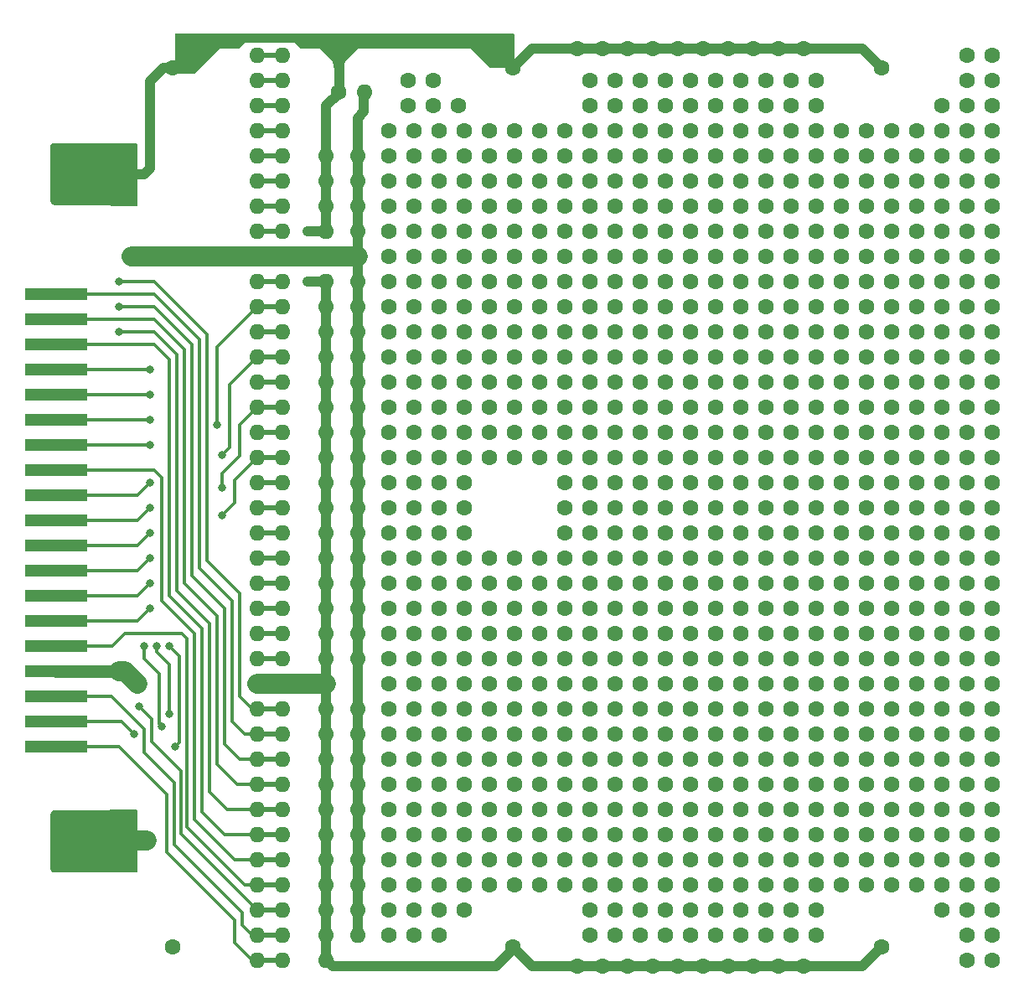
<source format=gbr>
G04 #@! TF.GenerationSoftware,KiCad,Pcbnew,9.0.7*
G04 #@! TF.CreationDate,2026-01-11T18:39:09-08:00*
G04 #@! TF.ProjectId,CoCoProtoBoard,436f436f-5072-46f7-946f-426f6172642e,rev?*
G04 #@! TF.SameCoordinates,Original*
G04 #@! TF.FileFunction,Copper,L2,Bot*
G04 #@! TF.FilePolarity,Positive*
%FSLAX46Y46*%
G04 Gerber Fmt 4.6, Leading zero omitted, Abs format (unit mm)*
G04 Created by KiCad (PCBNEW 9.0.7) date 2026-01-11 18:39:09*
%MOMM*%
%LPD*%
G01*
G04 APERTURE LIST*
G04 #@! TA.AperFunction,ConnectorPad*
%ADD10R,6.350000X1.270000*%
G04 #@! TD*
G04 #@! TA.AperFunction,ComponentPad*
%ADD11C,1.600000*%
G04 #@! TD*
G04 #@! TA.AperFunction,ComponentPad*
%ADD12O,1.600000X1.600000*%
G04 #@! TD*
G04 #@! TA.AperFunction,ViaPad*
%ADD13C,1.000000*%
G04 #@! TD*
G04 #@! TA.AperFunction,ViaPad*
%ADD14C,0.800000*%
G04 #@! TD*
G04 #@! TA.AperFunction,Conductor*
%ADD15C,0.500000*%
G04 #@! TD*
G04 #@! TA.AperFunction,Conductor*
%ADD16C,1.000000*%
G04 #@! TD*
G04 #@! TA.AperFunction,Conductor*
%ADD17C,2.000000*%
G04 #@! TD*
G04 #@! TA.AperFunction,Conductor*
%ADD18C,1.270000*%
G04 #@! TD*
G04 #@! TA.AperFunction,Conductor*
%ADD19C,0.350000*%
G04 #@! TD*
G04 APERTURE END LIST*
D10*
G04 #@! TO.P,P1,4*
G04 #@! TO.N,Net-(P1-Pad4)*
X95250000Y-82550000D03*
G04 #@! TO.P,P1,6*
G04 #@! TO.N,Net-(P1-Pad6)*
X95250000Y-85090000D03*
G04 #@! TO.P,P1,8*
G04 #@! TO.N,Net-(P1-Pad8)*
X95250000Y-87630000D03*
G04 #@! TO.P,P1,10*
G04 #@! TO.N,Net-(P1-Pad10)*
X95250000Y-90170000D03*
G04 #@! TO.P,P1,12*
G04 #@! TO.N,Net-(P1-Pad12)*
X95250000Y-92710000D03*
G04 #@! TO.P,P1,14*
G04 #@! TO.N,Net-(P1-Pad14)*
X95250000Y-95250000D03*
G04 #@! TO.P,P1,16*
G04 #@! TO.N,Net-(P1-Pad16)*
X95250000Y-97790000D03*
G04 #@! TO.P,P1,18*
G04 #@! TO.N,Net-(P1-Pad18)*
X95250000Y-100330000D03*
G04 #@! TO.P,P1,20*
G04 #@! TO.N,Net-(P1-Pad20)*
X95250000Y-102870000D03*
G04 #@! TO.P,P1,22*
G04 #@! TO.N,Net-(P1-Pad22)*
X95250000Y-105410000D03*
G04 #@! TO.P,P1,24*
G04 #@! TO.N,Net-(P1-Pad24)*
X95250000Y-107950000D03*
G04 #@! TO.P,P1,26*
G04 #@! TO.N,Net-(P1-Pad26)*
X95250000Y-110490000D03*
G04 #@! TO.P,P1,28*
G04 #@! TO.N,Net-(P1-Pad28)*
X95250000Y-113030000D03*
G04 #@! TO.P,P1,30*
G04 #@! TO.N,Net-(P1-Pad30)*
X95250000Y-115570000D03*
G04 #@! TO.P,P1,32*
G04 #@! TO.N,Net-(P1-Pad32)*
X95250000Y-118110000D03*
G04 #@! TO.P,P1,34*
G04 #@! TO.N,GND*
X95250000Y-120650000D03*
G04 #@! TO.P,P1,36*
G04 #@! TO.N,Net-(P1-Pad36)*
X95250000Y-123190000D03*
G04 #@! TO.P,P1,38*
G04 #@! TO.N,Net-(P1-Pad38)*
X95250000Y-125730000D03*
G04 #@! TO.P,P1,40*
G04 #@! TO.N,Net-(P1-Pad40)*
X95250000Y-128270000D03*
G04 #@! TD*
D11*
G04 #@! TO.P,REF\u002A\u002A,1*
G04 #@! TO.N,GND*
X178690000Y-148540000D03*
G04 #@! TD*
G04 #@! TO.P,REF\u002A\u002A,1*
G04 #@! TO.N,GND*
X178690000Y-59740000D03*
G04 #@! TD*
G04 #@! TO.P,REF\u002A\u002A,1*
G04 #@! TO.N,GND*
X141440000Y-59740000D03*
G04 #@! TD*
G04 #@! TO.P,REF\u002A\u002A,1*
G04 #@! TO.N,GND*
X141440000Y-148540000D03*
G04 #@! TD*
G04 #@! TO.P,REF\u002A\u002A,1*
G04 #@! TO.N,GND*
X107040000Y-148540000D03*
G04 #@! TD*
D12*
G04 #@! TO.P,P2,1*
G04 #@! TO.N,Net-(P1-Pad10)*
X115570000Y-58420000D03*
X118110000Y-58420000D03*
G04 #@! TO.P,P2,2*
G04 #@! TO.N,Net-(P1-Pad11)*
X115570000Y-60960000D03*
X118110000Y-60960000D03*
G04 #@! TO.P,P2,3*
G04 #@! TO.N,Net-(P1-Pad12)*
X115570000Y-63500000D03*
X118110000Y-63500000D03*
G04 #@! TO.P,P2,4*
G04 #@! TO.N,Net-(P1-Pad13)*
X115570000Y-66040000D03*
X118110000Y-66040000D03*
G04 #@! TO.P,P2,5*
G04 #@! TO.N,Net-(P1-Pad14)*
X115570000Y-68580000D03*
X118110000Y-68580000D03*
G04 #@! TO.P,P2,6*
G04 #@! TO.N,Net-(P1-Pad15)*
X115570000Y-71120000D03*
X118110000Y-71120000D03*
G04 #@! TO.P,P2,7*
G04 #@! TO.N,Net-(P1-Pad16)*
X115570000Y-73660000D03*
X118110000Y-73660000D03*
G04 #@! TO.P,P2,8*
G04 #@! TO.N,Net-(P1-Pad17)*
X115570000Y-76200000D03*
X118110000Y-76200000D03*
G04 #@! TD*
G04 #@! TO.P,P4,1*
G04 #@! TO.N,Net-(P1-Pad3)*
X115570000Y-124460000D03*
X118110000Y-124460000D03*
G04 #@! TO.P,P4,2*
G04 #@! TO.N,Net-(P1-Pad4)*
X115570000Y-127000000D03*
X118110000Y-127000000D03*
G04 #@! TO.P,P4,3*
G04 #@! TO.N,Net-(P1-Pad5)*
X115570000Y-129540000D03*
X118110000Y-129540000D03*
G04 #@! TO.P,P4,4*
G04 #@! TO.N,Net-(P1-Pad6)*
X115570000Y-132080000D03*
X118110000Y-132080000D03*
G04 #@! TO.P,P4,5*
G04 #@! TO.N,Net-(P1-Pad7)*
X115570000Y-134620000D03*
X118110000Y-134620000D03*
G04 #@! TO.P,P4,6*
G04 #@! TO.N,Net-(P1-Pad8)*
X115570000Y-137160000D03*
X118110000Y-137160000D03*
G04 #@! TO.P,P4,7*
G04 #@! TO.N,Net-(P1-Pad18)*
X115570000Y-139700000D03*
X118110000Y-139700000D03*
G04 #@! TO.P,P4,8*
G04 #@! TO.N,Net-(P1-Pad32)*
X115570000Y-142240000D03*
X118110000Y-142240000D03*
G04 #@! TO.P,P4,9*
G04 #@! TO.N,Net-(P1-Pad35)*
X115570000Y-144780000D03*
X118110000Y-144780000D03*
G04 #@! TO.P,P4,10*
G04 #@! TO.N,Net-(P1-Pad36)*
X115570000Y-147320000D03*
X118110000Y-147320000D03*
G04 #@! TO.P,P4,11*
G04 #@! TO.N,Net-(P1-Pad40)*
X115570000Y-149860000D03*
X118110000Y-149860000D03*
G04 #@! TD*
G04 #@! TO.P,P3,1*
G04 #@! TO.N,Net-(P1-Pad19)*
X115570000Y-81280000D03*
X118110000Y-81280000D03*
G04 #@! TO.P,P3,2*
G04 #@! TO.N,Net-(P1-Pad20)*
X115570000Y-83820000D03*
X118110000Y-83820000D03*
G04 #@! TO.P,P3,3*
G04 #@! TO.N,Net-(P1-Pad21)*
X115570000Y-86360000D03*
X118110000Y-86360000D03*
G04 #@! TO.P,P3,4*
G04 #@! TO.N,Net-(P1-Pad22)*
X115570000Y-88900000D03*
X118110000Y-88900000D03*
G04 #@! TO.P,P3,5*
G04 #@! TO.N,Net-(P1-Pad23)*
X115570000Y-91440000D03*
X118110000Y-91440000D03*
G04 #@! TO.P,P3,6*
G04 #@! TO.N,Net-(P1-Pad24)*
X115570000Y-93980000D03*
X118110000Y-93980000D03*
G04 #@! TO.P,P3,7*
G04 #@! TO.N,Net-(P1-Pad25)*
X115570000Y-96520000D03*
X118110000Y-96520000D03*
G04 #@! TO.P,P3,8*
G04 #@! TO.N,Net-(P1-Pad26)*
X115570000Y-99060000D03*
X118110000Y-99060000D03*
G04 #@! TO.P,P3,9*
G04 #@! TO.N,Net-(P1-Pad27)*
X115570000Y-101600000D03*
X118110000Y-101600000D03*
G04 #@! TO.P,P3,10*
G04 #@! TO.N,Net-(P1-Pad28)*
X115570000Y-104140000D03*
X118110000Y-104140000D03*
G04 #@! TO.P,P3,11*
G04 #@! TO.N,Net-(P1-Pad29)*
X115570000Y-106680000D03*
X118110000Y-106680000D03*
G04 #@! TO.P,P3,12*
G04 #@! TO.N,Net-(P1-Pad30)*
X115570000Y-109220000D03*
X118110000Y-109220000D03*
G04 #@! TO.P,P3,13*
G04 #@! TO.N,Net-(P1-Pad31)*
X115570000Y-111760000D03*
X118110000Y-111760000D03*
G04 #@! TO.P,P3,14*
G04 #@! TO.N,Net-(P1-Pad37)*
X115570000Y-114300000D03*
X118110000Y-114300000D03*
G04 #@! TO.P,P3,15*
G04 #@! TO.N,Net-(P1-Pad38)*
X115570000Y-116840000D03*
X118110000Y-116840000D03*
G04 #@! TO.P,P3,16*
G04 #@! TO.N,Net-(P1-Pad39)*
X115570000Y-119380000D03*
X118110000Y-119380000D03*
G04 #@! TD*
G04 #@! TO.P,P10,1*
G04 #@! TO.N,GND*
X122555000Y-68580000D03*
X122555000Y-71120000D03*
X122555000Y-73660000D03*
X122555000Y-76200000D03*
X122555000Y-81280000D03*
X122555000Y-83820000D03*
X122555000Y-86360000D03*
X122555000Y-88900000D03*
X122555000Y-91440000D03*
X122555000Y-93980000D03*
X122555000Y-96520000D03*
X122555000Y-99060000D03*
X122555000Y-101600000D03*
X122555000Y-104140000D03*
X122555000Y-106680000D03*
X122555000Y-109220000D03*
X122555000Y-111760000D03*
X122555000Y-114300000D03*
X122555000Y-116840000D03*
X122555000Y-119380000D03*
X122555000Y-124460000D03*
X122555000Y-127000000D03*
X122555000Y-129540000D03*
X122555000Y-132080000D03*
X122555000Y-134620000D03*
X122555000Y-137160000D03*
X122555000Y-139700000D03*
X122555000Y-142240000D03*
X122555000Y-144780000D03*
X122555000Y-147320000D03*
X122555000Y-149860000D03*
G04 #@! TO.P,P10,2*
G04 #@! TO.N,+5V*
X125730000Y-68580000D03*
X125730000Y-71120000D03*
X125730000Y-73660000D03*
X125730000Y-76200000D03*
X125730000Y-81280000D03*
X125730000Y-83820000D03*
X125730000Y-86360000D03*
X125730000Y-88900000D03*
X125730000Y-91440000D03*
X125730000Y-93980000D03*
X125730000Y-96520000D03*
X125730000Y-99060000D03*
X125730000Y-101600000D03*
X125730000Y-104140000D03*
X125730000Y-106680000D03*
X125730000Y-109220000D03*
X125730000Y-111760000D03*
X125730000Y-114300000D03*
X125730000Y-116840000D03*
X125730000Y-119380000D03*
X125730000Y-124460000D03*
X125730000Y-127000000D03*
X125730000Y-129540000D03*
X125730000Y-132080000D03*
X125730000Y-134620000D03*
X125730000Y-137160000D03*
X125730000Y-139700000D03*
X125730000Y-142240000D03*
X125730000Y-144780000D03*
X125730000Y-147320000D03*
G04 #@! TD*
D11*
G04 #@! TO.P,REF\u002A\u002A,1*
G04 #@! TO.N,N/C*
X128905000Y-81280000D03*
G04 #@! TD*
G04 #@! TO.P,REF\u002A\u002A,1*
G04 #@! TO.N,N/C*
X128905000Y-104140000D03*
G04 #@! TD*
G04 #@! TO.P,REF\u002A\u002A,1*
G04 #@! TO.N,N/C*
X128905000Y-101600000D03*
G04 #@! TD*
G04 #@! TO.P,REF\u002A\u002A,1*
G04 #@! TO.N,N/C*
X128905000Y-106680000D03*
G04 #@! TD*
G04 #@! TO.P,REF\u002A\u002A,1*
G04 #@! TO.N,N/C*
X128905000Y-109220000D03*
G04 #@! TD*
G04 #@! TO.P,REF\u002A\u002A,1*
G04 #@! TO.N,N/C*
X128905000Y-111760000D03*
G04 #@! TD*
G04 #@! TO.P,REF\u002A\u002A,1*
G04 #@! TO.N,N/C*
X128905000Y-68580000D03*
G04 #@! TD*
G04 #@! TO.P,REF\u002A\u002A,1*
G04 #@! TO.N,N/C*
X128905000Y-144780000D03*
G04 #@! TD*
G04 #@! TO.P,REF\u002A\u002A,1*
G04 #@! TO.N,N/C*
X128905000Y-137160000D03*
G04 #@! TD*
G04 #@! TO.P,REF\u002A\u002A,1*
G04 #@! TO.N,N/C*
X128905000Y-139700000D03*
G04 #@! TD*
G04 #@! TO.P,REF\u002A\u002A,1*
G04 #@! TO.N,N/C*
X128905000Y-147320000D03*
G04 #@! TD*
G04 #@! TO.P,REF\u002A\u002A,1*
G04 #@! TO.N,N/C*
X128905000Y-142240000D03*
G04 #@! TD*
G04 #@! TO.P,REF\u002A\u002A,1*
G04 #@! TO.N,N/C*
X128905000Y-134620000D03*
G04 #@! TD*
G04 #@! TO.P,REF\u002A\u002A,1*
G04 #@! TO.N,N/C*
X128905000Y-66040000D03*
G04 #@! TD*
G04 #@! TO.P,REF\u002A\u002A,1*
G04 #@! TO.N,N/C*
X128905000Y-86360000D03*
G04 #@! TD*
G04 #@! TO.P,REF\u002A\u002A,1*
G04 #@! TO.N,N/C*
X128905000Y-88900000D03*
G04 #@! TD*
G04 #@! TO.P,REF\u002A\u002A,1*
G04 #@! TO.N,N/C*
X128905000Y-124460000D03*
G04 #@! TD*
G04 #@! TO.P,REF\u002A\u002A,1*
G04 #@! TO.N,N/C*
X128905000Y-127000000D03*
G04 #@! TD*
G04 #@! TO.P,REF\u002A\u002A,1*
G04 #@! TO.N,N/C*
X128905000Y-129540000D03*
G04 #@! TD*
G04 #@! TO.P,REF\u002A\u002A,1*
G04 #@! TO.N,N/C*
X128905000Y-132080000D03*
G04 #@! TD*
G04 #@! TO.P,REF\u002A\u002A,1*
G04 #@! TO.N,N/C*
X128905000Y-93980000D03*
G04 #@! TD*
G04 #@! TO.P,REF\u002A\u002A,1*
G04 #@! TO.N,N/C*
X128905000Y-99060000D03*
G04 #@! TD*
G04 #@! TO.P,REF\u002A\u002A,1*
G04 #@! TO.N,N/C*
X128905000Y-96520000D03*
G04 #@! TD*
G04 #@! TO.P,REF\u002A\u002A,1*
G04 #@! TO.N,N/C*
X128905000Y-71120000D03*
G04 #@! TD*
G04 #@! TO.P,REF\u002A\u002A,1*
G04 #@! TO.N,N/C*
X128905000Y-83820000D03*
G04 #@! TD*
G04 #@! TO.P,REF\u002A\u002A,1*
G04 #@! TO.N,N/C*
X128905000Y-73660000D03*
G04 #@! TD*
G04 #@! TO.P,REF\u002A\u002A,1*
G04 #@! TO.N,N/C*
X128905000Y-91440000D03*
G04 #@! TD*
G04 #@! TO.P,REF\u002A\u002A,1*
G04 #@! TO.N,N/C*
X128905000Y-76200000D03*
G04 #@! TD*
G04 #@! TO.P,REF\u002A\u002A,1*
G04 #@! TO.N,N/C*
X128905000Y-121920000D03*
G04 #@! TD*
G04 #@! TO.P,REF\u002A\u002A,1*
G04 #@! TO.N,N/C*
X128905000Y-114300000D03*
G04 #@! TD*
G04 #@! TO.P,REF\u002A\u002A,1*
G04 #@! TO.N,N/C*
X128905000Y-116840000D03*
G04 #@! TD*
G04 #@! TO.P,REF\u002A\u002A,1*
G04 #@! TO.N,N/C*
X128905000Y-119380000D03*
G04 #@! TD*
G04 #@! TO.P,REF\u002A\u002A,1*
G04 #@! TO.N,N/C*
X131445000Y-147320000D03*
G04 #@! TD*
G04 #@! TO.P,REF\u002A\u002A,1*
G04 #@! TO.N,N/C*
X128905000Y-78740000D03*
G04 #@! TD*
G04 #@! TO.P,REF\u002A\u002A,1*
G04 #@! TO.N,GND*
X165735000Y-150495000D03*
G04 #@! TD*
G04 #@! TO.P,REF\u002A\u002A,1*
G04 #@! TO.N,GND*
X163195000Y-150495000D03*
G04 #@! TD*
G04 #@! TO.P,REF\u002A\u002A,1*
G04 #@! TO.N,GND*
X158115000Y-150495000D03*
G04 #@! TD*
G04 #@! TO.P,REF\u002A\u002A,1*
G04 #@! TO.N,GND*
X160655000Y-150495000D03*
G04 #@! TD*
G04 #@! TO.P,REF\u002A\u002A,1*
G04 #@! TO.N,GND*
X155575000Y-150495000D03*
G04 #@! TD*
G04 #@! TO.P,REF\u002A\u002A,1*
G04 #@! TO.N,GND*
X153035000Y-150495000D03*
G04 #@! TD*
G04 #@! TO.P,REF\u002A\u002A,1*
G04 #@! TO.N,GND*
X150495000Y-150495000D03*
G04 #@! TD*
G04 #@! TO.P,REF\u002A\u002A,1*
G04 #@! TO.N,GND*
X147955000Y-150495000D03*
G04 #@! TD*
G04 #@! TO.P,REF\u002A\u002A,1*
G04 #@! TO.N,N/C*
X131445000Y-144780000D03*
G04 #@! TD*
G04 #@! TO.P,REF\u002A\u002A,1*
G04 #@! TO.N,N/C*
X131445000Y-142240000D03*
G04 #@! TD*
G04 #@! TO.P,REF\u002A\u002A,1*
G04 #@! TO.N,N/C*
X131445000Y-139700000D03*
G04 #@! TD*
G04 #@! TO.P,REF\u002A\u002A,1*
G04 #@! TO.N,N/C*
X131445000Y-137160000D03*
G04 #@! TD*
G04 #@! TO.P,REF\u002A\u002A,1*
G04 #@! TO.N,N/C*
X131445000Y-134620000D03*
G04 #@! TD*
G04 #@! TO.P,REF\u002A\u002A,1*
G04 #@! TO.N,N/C*
X133985000Y-144780000D03*
G04 #@! TD*
G04 #@! TO.P,REF\u002A\u002A,1*
G04 #@! TO.N,N/C*
X133985000Y-142240000D03*
G04 #@! TD*
G04 #@! TO.P,REF\u002A\u002A,1*
G04 #@! TO.N,N/C*
X133985000Y-139700000D03*
G04 #@! TD*
G04 #@! TO.P,REF\u002A\u002A,1*
G04 #@! TO.N,N/C*
X133985000Y-134620000D03*
G04 #@! TD*
G04 #@! TO.P,REF\u002A\u002A,1*
G04 #@! TO.N,N/C*
X133985000Y-137160000D03*
G04 #@! TD*
G04 #@! TO.P,REF\u002A\u002A,1*
G04 #@! TO.N,N/C*
X133985000Y-147320000D03*
G04 #@! TD*
G04 #@! TO.P,REF\u002A\u002A,1*
G04 #@! TO.N,N/C*
X136525000Y-144780000D03*
G04 #@! TD*
G04 #@! TO.P,REF\u002A\u002A,1*
G04 #@! TO.N,N/C*
X136525000Y-142240000D03*
G04 #@! TD*
G04 #@! TO.P,REF\u002A\u002A,1*
G04 #@! TO.N,N/C*
X136525000Y-139700000D03*
G04 #@! TD*
G04 #@! TO.P,REF\u002A\u002A,1*
G04 #@! TO.N,N/C*
X136525000Y-134620000D03*
G04 #@! TD*
G04 #@! TO.P,REF\u002A\u002A,1*
G04 #@! TO.N,N/C*
X136525000Y-137160000D03*
G04 #@! TD*
G04 #@! TO.P,REF\u002A\u002A,1*
G04 #@! TO.N,N/C*
X139065000Y-142240000D03*
G04 #@! TD*
G04 #@! TO.P,REF\u002A\u002A,1*
G04 #@! TO.N,N/C*
X139065000Y-139700000D03*
G04 #@! TD*
G04 #@! TO.P,REF\u002A\u002A,1*
G04 #@! TO.N,N/C*
X139065000Y-137160000D03*
G04 #@! TD*
G04 #@! TO.P,REF\u002A\u002A,1*
G04 #@! TO.N,N/C*
X139065000Y-134620000D03*
G04 #@! TD*
G04 #@! TO.P,REF\u002A\u002A,1*
G04 #@! TO.N,N/C*
X141605000Y-139700000D03*
G04 #@! TD*
G04 #@! TO.P,REF\u002A\u002A,1*
G04 #@! TO.N,N/C*
X141605000Y-142240000D03*
G04 #@! TD*
G04 #@! TO.P,REF\u002A\u002A,1*
G04 #@! TO.N,N/C*
X141605000Y-134620000D03*
G04 #@! TD*
G04 #@! TO.P,REF\u002A\u002A,1*
G04 #@! TO.N,N/C*
X141605000Y-137160000D03*
G04 #@! TD*
G04 #@! TO.P,REF\u002A\u002A,1*
G04 #@! TO.N,N/C*
X144145000Y-134620000D03*
G04 #@! TD*
G04 #@! TO.P,REF\u002A\u002A,1*
G04 #@! TO.N,N/C*
X144145000Y-139700000D03*
G04 #@! TD*
G04 #@! TO.P,REF\u002A\u002A,1*
G04 #@! TO.N,N/C*
X144145000Y-137160000D03*
G04 #@! TD*
G04 #@! TO.P,REF\u002A\u002A,1*
G04 #@! TO.N,N/C*
X144145000Y-142240000D03*
G04 #@! TD*
G04 #@! TO.P,REF\u002A\u002A,1*
G04 #@! TO.N,N/C*
X146685000Y-142240000D03*
G04 #@! TD*
G04 #@! TO.P,REF\u002A\u002A,1*
G04 #@! TO.N,N/C*
X146685000Y-139700000D03*
G04 #@! TD*
G04 #@! TO.P,REF\u002A\u002A,1*
G04 #@! TO.N,N/C*
X146685000Y-137160000D03*
G04 #@! TD*
G04 #@! TO.P,REF\u002A\u002A,1*
G04 #@! TO.N,N/C*
X146685000Y-134620000D03*
G04 #@! TD*
G04 #@! TO.P,REF\u002A\u002A,1*
G04 #@! TO.N,N/C*
X149225000Y-144780000D03*
G04 #@! TD*
G04 #@! TO.P,REF\u002A\u002A,1*
G04 #@! TO.N,N/C*
X149225000Y-142240000D03*
G04 #@! TD*
G04 #@! TO.P,REF\u002A\u002A,1*
G04 #@! TO.N,N/C*
X149225000Y-139700000D03*
G04 #@! TD*
G04 #@! TO.P,REF\u002A\u002A,1*
G04 #@! TO.N,N/C*
X149225000Y-134620000D03*
G04 #@! TD*
G04 #@! TO.P,REF\u002A\u002A,1*
G04 #@! TO.N,N/C*
X149225000Y-137160000D03*
G04 #@! TD*
G04 #@! TO.P,REF\u002A\u002A,1*
G04 #@! TO.N,N/C*
X149225000Y-147320000D03*
G04 #@! TD*
G04 #@! TO.P,REF\u002A\u002A,1*
G04 #@! TO.N,N/C*
X151765000Y-147320000D03*
G04 #@! TD*
G04 #@! TO.P,REF\u002A\u002A,1*
G04 #@! TO.N,N/C*
X151765000Y-134620000D03*
G04 #@! TD*
G04 #@! TO.P,REF\u002A\u002A,1*
G04 #@! TO.N,N/C*
X151765000Y-139700000D03*
G04 #@! TD*
G04 #@! TO.P,REF\u002A\u002A,1*
G04 #@! TO.N,N/C*
X151765000Y-144780000D03*
G04 #@! TD*
G04 #@! TO.P,REF\u002A\u002A,1*
G04 #@! TO.N,N/C*
X151765000Y-142240000D03*
G04 #@! TD*
G04 #@! TO.P,REF\u002A\u002A,1*
G04 #@! TO.N,N/C*
X151765000Y-137160000D03*
G04 #@! TD*
G04 #@! TO.P,REF\u002A\u002A,1*
G04 #@! TO.N,N/C*
X154305000Y-139700000D03*
G04 #@! TD*
G04 #@! TO.P,REF\u002A\u002A,1*
G04 #@! TO.N,N/C*
X154305000Y-142240000D03*
G04 #@! TD*
G04 #@! TO.P,REF\u002A\u002A,1*
G04 #@! TO.N,N/C*
X154305000Y-144780000D03*
G04 #@! TD*
G04 #@! TO.P,REF\u002A\u002A,1*
G04 #@! TO.N,N/C*
X154305000Y-137160000D03*
G04 #@! TD*
G04 #@! TO.P,REF\u002A\u002A,1*
G04 #@! TO.N,N/C*
X154305000Y-147320000D03*
G04 #@! TD*
G04 #@! TO.P,REF\u002A\u002A,1*
G04 #@! TO.N,N/C*
X154305000Y-134620000D03*
G04 #@! TD*
G04 #@! TO.P,REF\u002A\u002A,1*
G04 #@! TO.N,N/C*
X156845000Y-142240000D03*
G04 #@! TD*
G04 #@! TO.P,REF\u002A\u002A,1*
G04 #@! TO.N,N/C*
X156845000Y-144780000D03*
G04 #@! TD*
G04 #@! TO.P,REF\u002A\u002A,1*
G04 #@! TO.N,N/C*
X156845000Y-147320000D03*
G04 #@! TD*
G04 #@! TO.P,REF\u002A\u002A,1*
G04 #@! TO.N,N/C*
X156845000Y-134620000D03*
G04 #@! TD*
G04 #@! TO.P,REF\u002A\u002A,1*
G04 #@! TO.N,N/C*
X156845000Y-137160000D03*
G04 #@! TD*
G04 #@! TO.P,REF\u002A\u002A,1*
G04 #@! TO.N,N/C*
X156845000Y-139700000D03*
G04 #@! TD*
G04 #@! TO.P,REF\u002A\u002A,1*
G04 #@! TO.N,N/C*
X159385000Y-142240000D03*
G04 #@! TD*
G04 #@! TO.P,REF\u002A\u002A,1*
G04 #@! TO.N,N/C*
X159385000Y-144780000D03*
G04 #@! TD*
G04 #@! TO.P,REF\u002A\u002A,1*
G04 #@! TO.N,N/C*
X159385000Y-147320000D03*
G04 #@! TD*
G04 #@! TO.P,REF\u002A\u002A,1*
G04 #@! TO.N,N/C*
X159385000Y-137160000D03*
G04 #@! TD*
G04 #@! TO.P,REF\u002A\u002A,1*
G04 #@! TO.N,N/C*
X159385000Y-134620000D03*
G04 #@! TD*
G04 #@! TO.P,REF\u002A\u002A,1*
G04 #@! TO.N,N/C*
X159385000Y-139700000D03*
G04 #@! TD*
G04 #@! TO.P,REF\u002A\u002A,1*
G04 #@! TO.N,N/C*
X161925000Y-142240000D03*
G04 #@! TD*
G04 #@! TO.P,REF\u002A\u002A,1*
G04 #@! TO.N,N/C*
X161925000Y-144780000D03*
G04 #@! TD*
G04 #@! TO.P,REF\u002A\u002A,1*
G04 #@! TO.N,N/C*
X161925000Y-147320000D03*
G04 #@! TD*
G04 #@! TO.P,REF\u002A\u002A,1*
G04 #@! TO.N,N/C*
X161925000Y-137160000D03*
G04 #@! TD*
G04 #@! TO.P,REF\u002A\u002A,1*
G04 #@! TO.N,N/C*
X161925000Y-134620000D03*
G04 #@! TD*
G04 #@! TO.P,REF\u002A\u002A,1*
G04 #@! TO.N,N/C*
X161925000Y-139700000D03*
G04 #@! TD*
G04 #@! TO.P,REF\u002A\u002A,1*
G04 #@! TO.N,N/C*
X164465000Y-137160000D03*
G04 #@! TD*
G04 #@! TO.P,REF\u002A\u002A,1*
G04 #@! TO.N,N/C*
X164465000Y-147320000D03*
G04 #@! TD*
G04 #@! TO.P,REF\u002A\u002A,1*
G04 #@! TO.N,N/C*
X164465000Y-139700000D03*
G04 #@! TD*
G04 #@! TO.P,REF\u002A\u002A,1*
G04 #@! TO.N,N/C*
X164465000Y-134620000D03*
G04 #@! TD*
G04 #@! TO.P,REF\u002A\u002A,1*
G04 #@! TO.N,N/C*
X164465000Y-144780000D03*
G04 #@! TD*
G04 #@! TO.P,REF\u002A\u002A,1*
G04 #@! TO.N,N/C*
X164465000Y-142240000D03*
G04 #@! TD*
G04 #@! TO.P,REF\u002A\u002A,1*
G04 #@! TO.N,N/C*
X167005000Y-142240000D03*
G04 #@! TD*
G04 #@! TO.P,REF\u002A\u002A,1*
G04 #@! TO.N,N/C*
X167005000Y-137160000D03*
G04 #@! TD*
G04 #@! TO.P,REF\u002A\u002A,1*
G04 #@! TO.N,N/C*
X167005000Y-144780000D03*
G04 #@! TD*
G04 #@! TO.P,REF\u002A\u002A,1*
G04 #@! TO.N,N/C*
X167005000Y-134620000D03*
G04 #@! TD*
G04 #@! TO.P,REF\u002A\u002A,1*
G04 #@! TO.N,N/C*
X167005000Y-147320000D03*
G04 #@! TD*
G04 #@! TO.P,REF\u002A\u002A,1*
G04 #@! TO.N,N/C*
X167005000Y-139700000D03*
G04 #@! TD*
G04 #@! TO.P,REF\u002A\u002A,1*
G04 #@! TO.N,N/C*
X169545000Y-142240000D03*
G04 #@! TD*
G04 #@! TO.P,REF\u002A\u002A,1*
G04 #@! TO.N,N/C*
X169545000Y-147320000D03*
G04 #@! TD*
G04 #@! TO.P,REF\u002A\u002A,1*
G04 #@! TO.N,N/C*
X169545000Y-144780000D03*
G04 #@! TD*
G04 #@! TO.P,REF\u002A\u002A,1*
G04 #@! TO.N,N/C*
X169545000Y-137160000D03*
G04 #@! TD*
G04 #@! TO.P,REF\u002A\u002A,1*
G04 #@! TO.N,N/C*
X169545000Y-139700000D03*
G04 #@! TD*
G04 #@! TO.P,REF\u002A\u002A,1*
G04 #@! TO.N,N/C*
X169545000Y-134620000D03*
G04 #@! TD*
G04 #@! TO.P,REF\u002A\u002A,1*
G04 #@! TO.N,N/C*
X172085000Y-134620000D03*
G04 #@! TD*
G04 #@! TO.P,REF\u002A\u002A,1*
G04 #@! TO.N,N/C*
X172085000Y-137160000D03*
G04 #@! TD*
G04 #@! TO.P,REF\u002A\u002A,1*
G04 #@! TO.N,N/C*
X172085000Y-142240000D03*
G04 #@! TD*
G04 #@! TO.P,REF\u002A\u002A,1*
G04 #@! TO.N,N/C*
X172085000Y-147320000D03*
G04 #@! TD*
G04 #@! TO.P,REF\u002A\u002A,1*
G04 #@! TO.N,N/C*
X172085000Y-139700000D03*
G04 #@! TD*
G04 #@! TO.P,REF\u002A\u002A,1*
G04 #@! TO.N,N/C*
X172085000Y-144780000D03*
G04 #@! TD*
G04 #@! TO.P,REF\u002A\u002A,1*
G04 #@! TO.N,N/C*
X179705000Y-142240000D03*
G04 #@! TD*
G04 #@! TO.P,REF\u002A\u002A,1*
G04 #@! TO.N,N/C*
X184785000Y-134620000D03*
G04 #@! TD*
G04 #@! TO.P,REF\u002A\u002A,1*
G04 #@! TO.N,N/C*
X174625000Y-137160000D03*
G04 #@! TD*
G04 #@! TO.P,REF\u002A\u002A,1*
G04 #@! TO.N,N/C*
X182245000Y-134620000D03*
G04 #@! TD*
G04 #@! TO.P,REF\u002A\u002A,1*
G04 #@! TO.N,N/C*
X184785000Y-142240000D03*
G04 #@! TD*
G04 #@! TO.P,REF\u002A\u002A,1*
G04 #@! TO.N,N/C*
X177165000Y-142240000D03*
G04 #@! TD*
G04 #@! TO.P,REF\u002A\u002A,1*
G04 #@! TO.N,N/C*
X174625000Y-139700000D03*
G04 #@! TD*
G04 #@! TO.P,REF\u002A\u002A,1*
G04 #@! TO.N,N/C*
X182245000Y-137160000D03*
G04 #@! TD*
G04 #@! TO.P,REF\u002A\u002A,1*
G04 #@! TO.N,N/C*
X174625000Y-134620000D03*
G04 #@! TD*
G04 #@! TO.P,REF\u002A\u002A,1*
G04 #@! TO.N,N/C*
X177165000Y-137160000D03*
G04 #@! TD*
G04 #@! TO.P,REF\u002A\u002A,1*
G04 #@! TO.N,N/C*
X179705000Y-137160000D03*
G04 #@! TD*
G04 #@! TO.P,REF\u002A\u002A,1*
G04 #@! TO.N,N/C*
X182245000Y-142240000D03*
G04 #@! TD*
G04 #@! TO.P,REF\u002A\u002A,1*
G04 #@! TO.N,N/C*
X184785000Y-137160000D03*
G04 #@! TD*
G04 #@! TO.P,REF\u002A\u002A,1*
G04 #@! TO.N,N/C*
X184785000Y-139700000D03*
G04 #@! TD*
G04 #@! TO.P,REF\u002A\u002A,1*
G04 #@! TO.N,N/C*
X179705000Y-139700000D03*
G04 #@! TD*
G04 #@! TO.P,REF\u002A\u002A,1*
G04 #@! TO.N,N/C*
X182245000Y-139700000D03*
G04 #@! TD*
G04 #@! TO.P,REF\u002A\u002A,1*
G04 #@! TO.N,N/C*
X177165000Y-134620000D03*
G04 #@! TD*
G04 #@! TO.P,REF\u002A\u002A,1*
G04 #@! TO.N,N/C*
X174625000Y-142240000D03*
G04 #@! TD*
G04 #@! TO.P,REF\u002A\u002A,1*
G04 #@! TO.N,N/C*
X177165000Y-139700000D03*
G04 #@! TD*
G04 #@! TO.P,REF\u002A\u002A,1*
G04 #@! TO.N,N/C*
X179705000Y-134620000D03*
G04 #@! TD*
G04 #@! TO.P,REF\u002A\u002A,1*
G04 #@! TO.N,N/C*
X187325000Y-139700000D03*
G04 #@! TD*
G04 #@! TO.P,REF\u002A\u002A,1*
G04 #@! TO.N,N/C*
X187325000Y-144780000D03*
G04 #@! TD*
G04 #@! TO.P,REF\u002A\u002A,1*
G04 #@! TO.N,N/C*
X189865000Y-134620000D03*
G04 #@! TD*
G04 #@! TO.P,REF\u002A\u002A,1*
G04 #@! TO.N,N/C*
X187325000Y-142240000D03*
G04 #@! TD*
G04 #@! TO.P,REF\u002A\u002A,1*
G04 #@! TO.N,N/C*
X187325000Y-134620000D03*
G04 #@! TD*
G04 #@! TO.P,REF\u002A\u002A,1*
G04 #@! TO.N,N/C*
X189865000Y-139700000D03*
G04 #@! TD*
G04 #@! TO.P,REF\u002A\u002A,1*
G04 #@! TO.N,N/C*
X189865000Y-144780000D03*
G04 #@! TD*
G04 #@! TO.P,REF\u002A\u002A,1*
G04 #@! TO.N,N/C*
X187325000Y-137160000D03*
G04 #@! TD*
G04 #@! TO.P,REF\u002A\u002A,1*
G04 #@! TO.N,N/C*
X189865000Y-137160000D03*
G04 #@! TD*
G04 #@! TO.P,REF\u002A\u002A,1*
G04 #@! TO.N,N/C*
X189865000Y-142240000D03*
G04 #@! TD*
G04 #@! TO.P,REF\u002A\u002A,1*
G04 #@! TO.N,N/C*
X189865000Y-147320000D03*
G04 #@! TD*
G04 #@! TO.P,REF\u002A\u002A,1*
G04 #@! TO.N,N/C*
X187325000Y-147320000D03*
G04 #@! TD*
G04 #@! TO.P,REF\u002A\u002A,1*
G04 #@! TO.N,N/C*
X184785000Y-144780000D03*
G04 #@! TD*
G04 #@! TO.P,REF\u002A\u002A,1*
G04 #@! TO.N,N/C*
X131445000Y-132080000D03*
G04 #@! TD*
G04 #@! TO.P,REF\u002A\u002A,1*
G04 #@! TO.N,N/C*
X189865000Y-132080000D03*
G04 #@! TD*
G04 #@! TO.P,REF\u002A\u002A,1*
G04 #@! TO.N,N/C*
X187325000Y-132080000D03*
G04 #@! TD*
G04 #@! TO.P,REF\u002A\u002A,1*
G04 #@! TO.N,N/C*
X146685000Y-132080000D03*
G04 #@! TD*
G04 #@! TO.P,REF\u002A\u002A,1*
G04 #@! TO.N,N/C*
X144145000Y-132080000D03*
G04 #@! TD*
G04 #@! TO.P,REF\u002A\u002A,1*
G04 #@! TO.N,N/C*
X141605000Y-132080000D03*
G04 #@! TD*
G04 #@! TO.P,REF\u002A\u002A,1*
G04 #@! TO.N,N/C*
X149225000Y-132080000D03*
G04 #@! TD*
G04 #@! TO.P,REF\u002A\u002A,1*
G04 #@! TO.N,N/C*
X136525000Y-132080000D03*
G04 #@! TD*
G04 #@! TO.P,REF\u002A\u002A,1*
G04 #@! TO.N,N/C*
X139065000Y-132080000D03*
G04 #@! TD*
G04 #@! TO.P,REF\u002A\u002A,1*
G04 #@! TO.N,N/C*
X154305000Y-132080000D03*
G04 #@! TD*
G04 #@! TO.P,REF\u002A\u002A,1*
G04 #@! TO.N,N/C*
X156845000Y-132080000D03*
G04 #@! TD*
G04 #@! TO.P,REF\u002A\u002A,1*
G04 #@! TO.N,N/C*
X159385000Y-132080000D03*
G04 #@! TD*
G04 #@! TO.P,REF\u002A\u002A,1*
G04 #@! TO.N,N/C*
X151765000Y-132080000D03*
G04 #@! TD*
G04 #@! TO.P,REF\u002A\u002A,1*
G04 #@! TO.N,N/C*
X172085000Y-132080000D03*
G04 #@! TD*
G04 #@! TO.P,REF\u002A\u002A,1*
G04 #@! TO.N,N/C*
X169545000Y-132080000D03*
G04 #@! TD*
G04 #@! TO.P,REF\u002A\u002A,1*
G04 #@! TO.N,N/C*
X161925000Y-132080000D03*
G04 #@! TD*
G04 #@! TO.P,REF\u002A\u002A,1*
G04 #@! TO.N,N/C*
X184785000Y-132080000D03*
G04 #@! TD*
G04 #@! TO.P,REF\u002A\u002A,1*
G04 #@! TO.N,N/C*
X164465000Y-132080000D03*
G04 #@! TD*
G04 #@! TO.P,REF\u002A\u002A,1*
G04 #@! TO.N,N/C*
X167005000Y-132080000D03*
G04 #@! TD*
G04 #@! TO.P,REF\u002A\u002A,1*
G04 #@! TO.N,N/C*
X182245000Y-132080000D03*
G04 #@! TD*
G04 #@! TO.P,REF\u002A\u002A,1*
G04 #@! TO.N,N/C*
X177165000Y-132080000D03*
G04 #@! TD*
G04 #@! TO.P,REF\u002A\u002A,1*
G04 #@! TO.N,N/C*
X174625000Y-132080000D03*
G04 #@! TD*
G04 #@! TO.P,REF\u002A\u002A,1*
G04 #@! TO.N,N/C*
X179705000Y-132080000D03*
G04 #@! TD*
G04 #@! TO.P,REF\u002A\u002A,1*
G04 #@! TO.N,N/C*
X133985000Y-132080000D03*
G04 #@! TD*
G04 #@! TO.P,REF\u002A\u002A,1*
G04 #@! TO.N,N/C*
X156845000Y-129540000D03*
G04 #@! TD*
G04 #@! TO.P,REF\u002A\u002A,1*
G04 #@! TO.N,N/C*
X151765000Y-129540000D03*
G04 #@! TD*
G04 #@! TO.P,REF\u002A\u002A,1*
G04 #@! TO.N,N/C*
X184785000Y-129540000D03*
G04 #@! TD*
G04 #@! TO.P,REF\u002A\u002A,1*
G04 #@! TO.N,N/C*
X182245000Y-129540000D03*
G04 #@! TD*
G04 #@! TO.P,REF\u002A\u002A,1*
G04 #@! TO.N,N/C*
X136525000Y-129540000D03*
G04 #@! TD*
G04 #@! TO.P,REF\u002A\u002A,1*
G04 #@! TO.N,N/C*
X161925000Y-129540000D03*
G04 #@! TD*
G04 #@! TO.P,REF\u002A\u002A,1*
G04 #@! TO.N,N/C*
X187325000Y-129540000D03*
G04 #@! TD*
G04 #@! TO.P,REF\u002A\u002A,1*
G04 #@! TO.N,N/C*
X146685000Y-129540000D03*
G04 #@! TD*
G04 #@! TO.P,REF\u002A\u002A,1*
G04 #@! TO.N,N/C*
X149225000Y-129540000D03*
G04 #@! TD*
G04 #@! TO.P,REF\u002A\u002A,1*
G04 #@! TO.N,N/C*
X172085000Y-129540000D03*
G04 #@! TD*
G04 #@! TO.P,REF\u002A\u002A,1*
G04 #@! TO.N,N/C*
X164465000Y-129540000D03*
G04 #@! TD*
G04 #@! TO.P,REF\u002A\u002A,1*
G04 #@! TO.N,N/C*
X141605000Y-129540000D03*
G04 #@! TD*
G04 #@! TO.P,REF\u002A\u002A,1*
G04 #@! TO.N,N/C*
X131445000Y-129540000D03*
G04 #@! TD*
G04 #@! TO.P,REF\u002A\u002A,1*
G04 #@! TO.N,N/C*
X189865000Y-129540000D03*
G04 #@! TD*
G04 #@! TO.P,REF\u002A\u002A,1*
G04 #@! TO.N,N/C*
X144145000Y-129540000D03*
G04 #@! TD*
G04 #@! TO.P,REF\u002A\u002A,1*
G04 #@! TO.N,N/C*
X139065000Y-129540000D03*
G04 #@! TD*
G04 #@! TO.P,REF\u002A\u002A,1*
G04 #@! TO.N,N/C*
X154305000Y-129540000D03*
G04 #@! TD*
G04 #@! TO.P,REF\u002A\u002A,1*
G04 #@! TO.N,N/C*
X159385000Y-129540000D03*
G04 #@! TD*
G04 #@! TO.P,REF\u002A\u002A,1*
G04 #@! TO.N,N/C*
X169545000Y-129540000D03*
G04 #@! TD*
G04 #@! TO.P,REF\u002A\u002A,1*
G04 #@! TO.N,N/C*
X167005000Y-129540000D03*
G04 #@! TD*
G04 #@! TO.P,REF\u002A\u002A,1*
G04 #@! TO.N,N/C*
X177165000Y-129540000D03*
G04 #@! TD*
G04 #@! TO.P,REF\u002A\u002A,1*
G04 #@! TO.N,N/C*
X174625000Y-129540000D03*
G04 #@! TD*
G04 #@! TO.P,REF\u002A\u002A,1*
G04 #@! TO.N,N/C*
X179705000Y-129540000D03*
G04 #@! TD*
G04 #@! TO.P,REF\u002A\u002A,1*
G04 #@! TO.N,N/C*
X133985000Y-129540000D03*
G04 #@! TD*
G04 #@! TO.P,REF\u002A\u002A,1*
G04 #@! TO.N,N/C*
X139065000Y-127000000D03*
G04 #@! TD*
G04 #@! TO.P,REF\u002A\u002A,1*
G04 #@! TO.N,N/C*
X151765000Y-127000000D03*
G04 #@! TD*
G04 #@! TO.P,REF\u002A\u002A,1*
G04 #@! TO.N,N/C*
X136525000Y-127000000D03*
G04 #@! TD*
G04 #@! TO.P,REF\u002A\u002A,1*
G04 #@! TO.N,N/C*
X149225000Y-127000000D03*
G04 #@! TD*
G04 #@! TO.P,REF\u002A\u002A,1*
G04 #@! TO.N,N/C*
X169545000Y-127000000D03*
G04 #@! TD*
G04 #@! TO.P,REF\u002A\u002A,1*
G04 #@! TO.N,N/C*
X184785000Y-127000000D03*
G04 #@! TD*
G04 #@! TO.P,REF\u002A\u002A,1*
G04 #@! TO.N,N/C*
X187325000Y-127000000D03*
G04 #@! TD*
G04 #@! TO.P,REF\u002A\u002A,1*
G04 #@! TO.N,N/C*
X131445000Y-127000000D03*
G04 #@! TD*
G04 #@! TO.P,REF\u002A\u002A,1*
G04 #@! TO.N,N/C*
X154305000Y-127000000D03*
G04 #@! TD*
G04 #@! TO.P,REF\u002A\u002A,1*
G04 #@! TO.N,N/C*
X167005000Y-127000000D03*
G04 #@! TD*
G04 #@! TO.P,REF\u002A\u002A,1*
G04 #@! TO.N,N/C*
X179705000Y-127000000D03*
G04 #@! TD*
G04 #@! TO.P,REF\u002A\u002A,1*
G04 #@! TO.N,N/C*
X133985000Y-127000000D03*
G04 #@! TD*
G04 #@! TO.P,REF\u002A\u002A,1*
G04 #@! TO.N,N/C*
X159385000Y-127000000D03*
G04 #@! TD*
G04 #@! TO.P,REF\u002A\u002A,1*
G04 #@! TO.N,N/C*
X146685000Y-127000000D03*
G04 #@! TD*
G04 #@! TO.P,REF\u002A\u002A,1*
G04 #@! TO.N,N/C*
X189865000Y-127000000D03*
G04 #@! TD*
G04 #@! TO.P,REF\u002A\u002A,1*
G04 #@! TO.N,N/C*
X141605000Y-127000000D03*
G04 #@! TD*
G04 #@! TO.P,REF\u002A\u002A,1*
G04 #@! TO.N,N/C*
X156845000Y-127000000D03*
G04 #@! TD*
G04 #@! TO.P,REF\u002A\u002A,1*
G04 #@! TO.N,N/C*
X182245000Y-127000000D03*
G04 #@! TD*
G04 #@! TO.P,REF\u002A\u002A,1*
G04 #@! TO.N,N/C*
X174625000Y-127000000D03*
G04 #@! TD*
G04 #@! TO.P,REF\u002A\u002A,1*
G04 #@! TO.N,N/C*
X161925000Y-127000000D03*
G04 #@! TD*
G04 #@! TO.P,REF\u002A\u002A,1*
G04 #@! TO.N,N/C*
X144145000Y-127000000D03*
G04 #@! TD*
G04 #@! TO.P,REF\u002A\u002A,1*
G04 #@! TO.N,N/C*
X172085000Y-127000000D03*
G04 #@! TD*
G04 #@! TO.P,REF\u002A\u002A,1*
G04 #@! TO.N,N/C*
X164465000Y-127000000D03*
G04 #@! TD*
G04 #@! TO.P,REF\u002A\u002A,1*
G04 #@! TO.N,N/C*
X177165000Y-127000000D03*
G04 #@! TD*
G04 #@! TO.P,REF\u002A\u002A,1*
G04 #@! TO.N,N/C*
X151765000Y-124460000D03*
G04 #@! TD*
G04 #@! TO.P,REF\u002A\u002A,1*
G04 #@! TO.N,N/C*
X187325000Y-124460000D03*
G04 #@! TD*
G04 #@! TO.P,REF\u002A\u002A,1*
G04 #@! TO.N,N/C*
X139065000Y-124460000D03*
G04 #@! TD*
G04 #@! TO.P,REF\u002A\u002A,1*
G04 #@! TO.N,N/C*
X136525000Y-124460000D03*
G04 #@! TD*
G04 #@! TO.P,REF\u002A\u002A,1*
G04 #@! TO.N,N/C*
X169545000Y-124460000D03*
G04 #@! TD*
G04 #@! TO.P,REF\u002A\u002A,1*
G04 #@! TO.N,N/C*
X149225000Y-124460000D03*
G04 #@! TD*
G04 #@! TO.P,REF\u002A\u002A,1*
G04 #@! TO.N,N/C*
X154305000Y-124460000D03*
G04 #@! TD*
G04 #@! TO.P,REF\u002A\u002A,1*
G04 #@! TO.N,N/C*
X172085000Y-124460000D03*
G04 #@! TD*
G04 #@! TO.P,REF\u002A\u002A,1*
G04 #@! TO.N,N/C*
X184785000Y-124460000D03*
G04 #@! TD*
G04 #@! TO.P,REF\u002A\u002A,1*
G04 #@! TO.N,N/C*
X167005000Y-124460000D03*
G04 #@! TD*
G04 #@! TO.P,REF\u002A\u002A,1*
G04 #@! TO.N,N/C*
X133985000Y-124460000D03*
G04 #@! TD*
G04 #@! TO.P,REF\u002A\u002A,1*
G04 #@! TO.N,N/C*
X146685000Y-124460000D03*
G04 #@! TD*
G04 #@! TO.P,REF\u002A\u002A,1*
G04 #@! TO.N,N/C*
X161925000Y-124460000D03*
G04 #@! TD*
G04 #@! TO.P,REF\u002A\u002A,1*
G04 #@! TO.N,N/C*
X164465000Y-124460000D03*
G04 #@! TD*
G04 #@! TO.P,REF\u002A\u002A,1*
G04 #@! TO.N,N/C*
X159385000Y-124460000D03*
G04 #@! TD*
G04 #@! TO.P,REF\u002A\u002A,1*
G04 #@! TO.N,N/C*
X189865000Y-124460000D03*
G04 #@! TD*
G04 #@! TO.P,REF\u002A\u002A,1*
G04 #@! TO.N,N/C*
X174625000Y-124460000D03*
G04 #@! TD*
G04 #@! TO.P,REF\u002A\u002A,1*
G04 #@! TO.N,N/C*
X177165000Y-124460000D03*
G04 #@! TD*
G04 #@! TO.P,REF\u002A\u002A,1*
G04 #@! TO.N,N/C*
X141605000Y-124460000D03*
G04 #@! TD*
G04 #@! TO.P,REF\u002A\u002A,1*
G04 #@! TO.N,N/C*
X156845000Y-124460000D03*
G04 #@! TD*
G04 #@! TO.P,REF\u002A\u002A,1*
G04 #@! TO.N,N/C*
X182245000Y-124460000D03*
G04 #@! TD*
G04 #@! TO.P,REF\u002A\u002A,1*
G04 #@! TO.N,N/C*
X131445000Y-124460000D03*
G04 #@! TD*
G04 #@! TO.P,REF\u002A\u002A,1*
G04 #@! TO.N,N/C*
X144145000Y-124460000D03*
G04 #@! TD*
G04 #@! TO.P,REF\u002A\u002A,1*
G04 #@! TO.N,N/C*
X179705000Y-124460000D03*
G04 #@! TD*
G04 #@! TO.P,REF\u002A\u002A,1*
G04 #@! TO.N,N/C*
X187325000Y-121920000D03*
G04 #@! TD*
G04 #@! TO.P,REF\u002A\u002A,1*
G04 #@! TO.N,N/C*
X184785000Y-121920000D03*
G04 #@! TD*
G04 #@! TO.P,REF\u002A\u002A,1*
G04 #@! TO.N,N/C*
X172085000Y-121920000D03*
G04 #@! TD*
G04 #@! TO.P,REF\u002A\u002A,1*
G04 #@! TO.N,N/C*
X167005000Y-121920000D03*
G04 #@! TD*
G04 #@! TO.P,REF\u002A\u002A,1*
G04 #@! TO.N,N/C*
X133985000Y-121920000D03*
G04 #@! TD*
G04 #@! TO.P,REF\u002A\u002A,1*
G04 #@! TO.N,N/C*
X136525000Y-121920000D03*
G04 #@! TD*
G04 #@! TO.P,REF\u002A\u002A,1*
G04 #@! TO.N,N/C*
X139065000Y-121920000D03*
G04 #@! TD*
G04 #@! TO.P,REF\u002A\u002A,1*
G04 #@! TO.N,N/C*
X169545000Y-121920000D03*
G04 #@! TD*
G04 #@! TO.P,REF\u002A\u002A,1*
G04 #@! TO.N,N/C*
X149225000Y-121920000D03*
G04 #@! TD*
G04 #@! TO.P,REF\u002A\u002A,1*
G04 #@! TO.N,N/C*
X151765000Y-121920000D03*
G04 #@! TD*
G04 #@! TO.P,REF\u002A\u002A,1*
G04 #@! TO.N,N/C*
X154305000Y-121920000D03*
G04 #@! TD*
G04 #@! TO.P,REF\u002A\u002A,1*
G04 #@! TO.N,N/C*
X141605000Y-121920000D03*
G04 #@! TD*
G04 #@! TO.P,REF\u002A\u002A,1*
G04 #@! TO.N,N/C*
X174625000Y-121920000D03*
G04 #@! TD*
G04 #@! TO.P,REF\u002A\u002A,1*
G04 #@! TO.N,N/C*
X179705000Y-121920000D03*
G04 #@! TD*
G04 #@! TO.P,REF\u002A\u002A,1*
G04 #@! TO.N,N/C*
X189865000Y-121920000D03*
G04 #@! TD*
G04 #@! TO.P,REF\u002A\u002A,1*
G04 #@! TO.N,N/C*
X131445000Y-121920000D03*
G04 #@! TD*
G04 #@! TO.P,REF\u002A\u002A,1*
G04 #@! TO.N,N/C*
X159385000Y-121920000D03*
G04 #@! TD*
G04 #@! TO.P,REF\u002A\u002A,1*
G04 #@! TO.N,N/C*
X182245000Y-121920000D03*
G04 #@! TD*
G04 #@! TO.P,REF\u002A\u002A,1*
G04 #@! TO.N,N/C*
X161925000Y-121920000D03*
G04 #@! TD*
G04 #@! TO.P,REF\u002A\u002A,1*
G04 #@! TO.N,N/C*
X146685000Y-121920000D03*
G04 #@! TD*
G04 #@! TO.P,REF\u002A\u002A,1*
G04 #@! TO.N,N/C*
X156845000Y-121920000D03*
G04 #@! TD*
G04 #@! TO.P,REF\u002A\u002A,1*
G04 #@! TO.N,N/C*
X144145000Y-121920000D03*
G04 #@! TD*
G04 #@! TO.P,REF\u002A\u002A,1*
G04 #@! TO.N,N/C*
X177165000Y-121920000D03*
G04 #@! TD*
G04 #@! TO.P,REF\u002A\u002A,1*
G04 #@! TO.N,N/C*
X164465000Y-121920000D03*
G04 #@! TD*
G04 #@! TO.P,REF\u002A\u002A,1*
G04 #@! TO.N,N/C*
X172085000Y-119380000D03*
G04 #@! TD*
G04 #@! TO.P,REF\u002A\u002A,1*
G04 #@! TO.N,N/C*
X167005000Y-119380000D03*
G04 #@! TD*
G04 #@! TO.P,REF\u002A\u002A,1*
G04 #@! TO.N,N/C*
X139065000Y-119380000D03*
G04 #@! TD*
G04 #@! TO.P,REF\u002A\u002A,1*
G04 #@! TO.N,N/C*
X151765000Y-119380000D03*
G04 #@! TD*
G04 #@! TO.P,REF\u002A\u002A,1*
G04 #@! TO.N,N/C*
X179705000Y-119380000D03*
G04 #@! TD*
G04 #@! TO.P,REF\u002A\u002A,1*
G04 #@! TO.N,N/C*
X184785000Y-119380000D03*
G04 #@! TD*
G04 #@! TO.P,REF\u002A\u002A,1*
G04 #@! TO.N,N/C*
X133985000Y-119380000D03*
G04 #@! TD*
G04 #@! TO.P,REF\u002A\u002A,1*
G04 #@! TO.N,N/C*
X169545000Y-119380000D03*
G04 #@! TD*
G04 #@! TO.P,REF\u002A\u002A,1*
G04 #@! TO.N,N/C*
X141605000Y-119380000D03*
G04 #@! TD*
G04 #@! TO.P,REF\u002A\u002A,1*
G04 #@! TO.N,N/C*
X174625000Y-119380000D03*
G04 #@! TD*
G04 #@! TO.P,REF\u002A\u002A,1*
G04 #@! TO.N,N/C*
X131445000Y-119380000D03*
G04 #@! TD*
G04 #@! TO.P,REF\u002A\u002A,1*
G04 #@! TO.N,N/C*
X161925000Y-119380000D03*
G04 #@! TD*
G04 #@! TO.P,REF\u002A\u002A,1*
G04 #@! TO.N,N/C*
X146685000Y-119380000D03*
G04 #@! TD*
G04 #@! TO.P,REF\u002A\u002A,1*
G04 #@! TO.N,N/C*
X144145000Y-119380000D03*
G04 #@! TD*
G04 #@! TO.P,REF\u002A\u002A,1*
G04 #@! TO.N,N/C*
X156845000Y-119380000D03*
G04 #@! TD*
G04 #@! TO.P,REF\u002A\u002A,1*
G04 #@! TO.N,N/C*
X136525000Y-119380000D03*
G04 #@! TD*
G04 #@! TO.P,REF\u002A\u002A,1*
G04 #@! TO.N,N/C*
X177165000Y-119380000D03*
G04 #@! TD*
G04 #@! TO.P,REF\u002A\u002A,1*
G04 #@! TO.N,N/C*
X189865000Y-119380000D03*
G04 #@! TD*
G04 #@! TO.P,REF\u002A\u002A,1*
G04 #@! TO.N,N/C*
X187325000Y-119380000D03*
G04 #@! TD*
G04 #@! TO.P,REF\u002A\u002A,1*
G04 #@! TO.N,N/C*
X154305000Y-119380000D03*
G04 #@! TD*
G04 #@! TO.P,REF\u002A\u002A,1*
G04 #@! TO.N,N/C*
X159385000Y-119380000D03*
G04 #@! TD*
G04 #@! TO.P,REF\u002A\u002A,1*
G04 #@! TO.N,N/C*
X182245000Y-119380000D03*
G04 #@! TD*
G04 #@! TO.P,REF\u002A\u002A,1*
G04 #@! TO.N,N/C*
X164465000Y-119380000D03*
G04 #@! TD*
G04 #@! TO.P,REF\u002A\u002A,1*
G04 #@! TO.N,N/C*
X149225000Y-119380000D03*
G04 #@! TD*
G04 #@! TO.P,REF\u002A\u002A,1*
G04 #@! TO.N,N/C*
X172085000Y-116840000D03*
G04 #@! TD*
G04 #@! TO.P,REF\u002A\u002A,1*
G04 #@! TO.N,N/C*
X133985000Y-116840000D03*
G04 #@! TD*
G04 #@! TO.P,REF\u002A\u002A,1*
G04 #@! TO.N,N/C*
X156845000Y-116840000D03*
G04 #@! TD*
G04 #@! TO.P,REF\u002A\u002A,1*
G04 #@! TO.N,N/C*
X161925000Y-116840000D03*
G04 #@! TD*
G04 #@! TO.P,REF\u002A\u002A,1*
G04 #@! TO.N,N/C*
X154305000Y-116840000D03*
G04 #@! TD*
G04 #@! TO.P,REF\u002A\u002A,1*
G04 #@! TO.N,N/C*
X139065000Y-116840000D03*
G04 #@! TD*
G04 #@! TO.P,REF\u002A\u002A,1*
G04 #@! TO.N,N/C*
X151765000Y-116840000D03*
G04 #@! TD*
G04 #@! TO.P,REF\u002A\u002A,1*
G04 #@! TO.N,N/C*
X136525000Y-116840000D03*
G04 #@! TD*
G04 #@! TO.P,REF\u002A\u002A,1*
G04 #@! TO.N,N/C*
X159385000Y-116840000D03*
G04 #@! TD*
G04 #@! TO.P,REF\u002A\u002A,1*
G04 #@! TO.N,N/C*
X189865000Y-116840000D03*
G04 #@! TD*
G04 #@! TO.P,REF\u002A\u002A,1*
G04 #@! TO.N,N/C*
X167005000Y-116840000D03*
G04 #@! TD*
G04 #@! TO.P,REF\u002A\u002A,1*
G04 #@! TO.N,N/C*
X184785000Y-116840000D03*
G04 #@! TD*
G04 #@! TO.P,REF\u002A\u002A,1*
G04 #@! TO.N,N/C*
X174625000Y-116840000D03*
G04 #@! TD*
G04 #@! TO.P,REF\u002A\u002A,1*
G04 #@! TO.N,N/C*
X182245000Y-116840000D03*
G04 #@! TD*
G04 #@! TO.P,REF\u002A\u002A,1*
G04 #@! TO.N,N/C*
X144145000Y-116840000D03*
G04 #@! TD*
G04 #@! TO.P,REF\u002A\u002A,1*
G04 #@! TO.N,N/C*
X169545000Y-116840000D03*
G04 #@! TD*
G04 #@! TO.P,REF\u002A\u002A,1*
G04 #@! TO.N,N/C*
X177165000Y-116840000D03*
G04 #@! TD*
G04 #@! TO.P,REF\u002A\u002A,1*
G04 #@! TO.N,N/C*
X187325000Y-116840000D03*
G04 #@! TD*
G04 #@! TO.P,REF\u002A\u002A,1*
G04 #@! TO.N,N/C*
X164465000Y-116840000D03*
G04 #@! TD*
G04 #@! TO.P,REF\u002A\u002A,1*
G04 #@! TO.N,N/C*
X131445000Y-116840000D03*
G04 #@! TD*
G04 #@! TO.P,REF\u002A\u002A,1*
G04 #@! TO.N,N/C*
X146685000Y-116840000D03*
G04 #@! TD*
G04 #@! TO.P,REF\u002A\u002A,1*
G04 #@! TO.N,N/C*
X141605000Y-116840000D03*
G04 #@! TD*
G04 #@! TO.P,REF\u002A\u002A,1*
G04 #@! TO.N,N/C*
X149225000Y-116840000D03*
G04 #@! TD*
G04 #@! TO.P,REF\u002A\u002A,1*
G04 #@! TO.N,N/C*
X179705000Y-116840000D03*
G04 #@! TD*
G04 #@! TO.P,REF\u002A\u002A,1*
G04 #@! TO.N,N/C*
X172085000Y-114300000D03*
G04 #@! TD*
G04 #@! TO.P,REF\u002A\u002A,1*
G04 #@! TO.N,N/C*
X133985000Y-114300000D03*
G04 #@! TD*
G04 #@! TO.P,REF\u002A\u002A,1*
G04 #@! TO.N,N/C*
X156845000Y-114300000D03*
G04 #@! TD*
G04 #@! TO.P,REF\u002A\u002A,1*
G04 #@! TO.N,N/C*
X154305000Y-114300000D03*
G04 #@! TD*
G04 #@! TO.P,REF\u002A\u002A,1*
G04 #@! TO.N,N/C*
X174625000Y-114300000D03*
G04 #@! TD*
G04 #@! TO.P,REF\u002A\u002A,1*
G04 #@! TO.N,N/C*
X131445000Y-114300000D03*
G04 #@! TD*
G04 #@! TO.P,REF\u002A\u002A,1*
G04 #@! TO.N,N/C*
X167005000Y-114300000D03*
G04 #@! TD*
G04 #@! TO.P,REF\u002A\u002A,1*
G04 #@! TO.N,N/C*
X146685000Y-114300000D03*
G04 #@! TD*
G04 #@! TO.P,REF\u002A\u002A,1*
G04 #@! TO.N,N/C*
X141605000Y-114300000D03*
G04 #@! TD*
G04 #@! TO.P,REF\u002A\u002A,1*
G04 #@! TO.N,N/C*
X149225000Y-114300000D03*
G04 #@! TD*
G04 #@! TO.P,REF\u002A\u002A,1*
G04 #@! TO.N,N/C*
X179705000Y-114300000D03*
G04 #@! TD*
G04 #@! TO.P,REF\u002A\u002A,1*
G04 #@! TO.N,N/C*
X164465000Y-114300000D03*
G04 #@! TD*
G04 #@! TO.P,REF\u002A\u002A,1*
G04 #@! TO.N,N/C*
X187325000Y-114300000D03*
G04 #@! TD*
G04 #@! TO.P,REF\u002A\u002A,1*
G04 #@! TO.N,N/C*
X184785000Y-114300000D03*
G04 #@! TD*
G04 #@! TO.P,REF\u002A\u002A,1*
G04 #@! TO.N,N/C*
X189865000Y-114300000D03*
G04 #@! TD*
G04 #@! TO.P,REF\u002A\u002A,1*
G04 #@! TO.N,N/C*
X182245000Y-114300000D03*
G04 #@! TD*
G04 #@! TO.P,REF\u002A\u002A,1*
G04 #@! TO.N,N/C*
X144145000Y-114300000D03*
G04 #@! TD*
G04 #@! TO.P,REF\u002A\u002A,1*
G04 #@! TO.N,N/C*
X161925000Y-114300000D03*
G04 #@! TD*
G04 #@! TO.P,REF\u002A\u002A,1*
G04 #@! TO.N,N/C*
X177165000Y-114300000D03*
G04 #@! TD*
G04 #@! TO.P,REF\u002A\u002A,1*
G04 #@! TO.N,N/C*
X159385000Y-114300000D03*
G04 #@! TD*
G04 #@! TO.P,REF\u002A\u002A,1*
G04 #@! TO.N,N/C*
X139065000Y-114300000D03*
G04 #@! TD*
G04 #@! TO.P,REF\u002A\u002A,1*
G04 #@! TO.N,N/C*
X136525000Y-114300000D03*
G04 #@! TD*
G04 #@! TO.P,REF\u002A\u002A,1*
G04 #@! TO.N,N/C*
X151765000Y-114300000D03*
G04 #@! TD*
G04 #@! TO.P,REF\u002A\u002A,1*
G04 #@! TO.N,N/C*
X169545000Y-114300000D03*
G04 #@! TD*
G04 #@! TO.P,REF\u002A\u002A,1*
G04 #@! TO.N,N/C*
X174625000Y-111760000D03*
G04 #@! TD*
G04 #@! TO.P,REF\u002A\u002A,1*
G04 #@! TO.N,N/C*
X182245000Y-111760000D03*
G04 #@! TD*
G04 #@! TO.P,REF\u002A\u002A,1*
G04 #@! TO.N,N/C*
X159385000Y-111760000D03*
G04 #@! TD*
G04 #@! TO.P,REF\u002A\u002A,1*
G04 #@! TO.N,N/C*
X179705000Y-111760000D03*
G04 #@! TD*
G04 #@! TO.P,REF\u002A\u002A,1*
G04 #@! TO.N,N/C*
X156845000Y-111760000D03*
G04 #@! TD*
G04 #@! TO.P,REF\u002A\u002A,1*
G04 #@! TO.N,N/C*
X164465000Y-111760000D03*
G04 #@! TD*
G04 #@! TO.P,REF\u002A\u002A,1*
G04 #@! TO.N,N/C*
X131445000Y-111760000D03*
G04 #@! TD*
G04 #@! TO.P,REF\u002A\u002A,1*
G04 #@! TO.N,N/C*
X154305000Y-111760000D03*
G04 #@! TD*
G04 #@! TO.P,REF\u002A\u002A,1*
G04 #@! TO.N,N/C*
X141605000Y-111760000D03*
G04 #@! TD*
G04 #@! TO.P,REF\u002A\u002A,1*
G04 #@! TO.N,N/C*
X177165000Y-111760000D03*
G04 #@! TD*
G04 #@! TO.P,REF\u002A\u002A,1*
G04 #@! TO.N,N/C*
X144145000Y-111760000D03*
G04 #@! TD*
G04 #@! TO.P,REF\u002A\u002A,1*
G04 #@! TO.N,N/C*
X136525000Y-111760000D03*
G04 #@! TD*
G04 #@! TO.P,REF\u002A\u002A,1*
G04 #@! TO.N,N/C*
X133985000Y-111760000D03*
G04 #@! TD*
G04 #@! TO.P,REF\u002A\u002A,1*
G04 #@! TO.N,N/C*
X184785000Y-111760000D03*
G04 #@! TD*
G04 #@! TO.P,REF\u002A\u002A,1*
G04 #@! TO.N,N/C*
X149225000Y-111760000D03*
G04 #@! TD*
G04 #@! TO.P,REF\u002A\u002A,1*
G04 #@! TO.N,N/C*
X189865000Y-111760000D03*
G04 #@! TD*
G04 #@! TO.P,REF\u002A\u002A,1*
G04 #@! TO.N,N/C*
X151765000Y-111760000D03*
G04 #@! TD*
G04 #@! TO.P,REF\u002A\u002A,1*
G04 #@! TO.N,N/C*
X187325000Y-111760000D03*
G04 #@! TD*
G04 #@! TO.P,REF\u002A\u002A,1*
G04 #@! TO.N,N/C*
X167005000Y-111760000D03*
G04 #@! TD*
G04 #@! TO.P,REF\u002A\u002A,1*
G04 #@! TO.N,N/C*
X146685000Y-111760000D03*
G04 #@! TD*
G04 #@! TO.P,REF\u002A\u002A,1*
G04 #@! TO.N,N/C*
X161925000Y-111760000D03*
G04 #@! TD*
G04 #@! TO.P,REF\u002A\u002A,1*
G04 #@! TO.N,N/C*
X139065000Y-111760000D03*
G04 #@! TD*
G04 #@! TO.P,REF\u002A\u002A,1*
G04 #@! TO.N,N/C*
X169545000Y-111760000D03*
G04 #@! TD*
G04 #@! TO.P,REF\u002A\u002A,1*
G04 #@! TO.N,N/C*
X172085000Y-111760000D03*
G04 #@! TD*
G04 #@! TO.P,REF\u002A\u002A,1*
G04 #@! TO.N,N/C*
X154305000Y-109220000D03*
G04 #@! TD*
G04 #@! TO.P,REF\u002A\u002A,1*
G04 #@! TO.N,N/C*
X133985000Y-109220000D03*
G04 #@! TD*
G04 #@! TO.P,REF\u002A\u002A,1*
G04 #@! TO.N,N/C*
X149225000Y-109220000D03*
G04 #@! TD*
G04 #@! TO.P,REF\u002A\u002A,1*
G04 #@! TO.N,N/C*
X151765000Y-109220000D03*
G04 #@! TD*
G04 #@! TO.P,REF\u002A\u002A,1*
G04 #@! TO.N,N/C*
X146685000Y-109220000D03*
G04 #@! TD*
G04 #@! TO.P,REF\u002A\u002A,1*
G04 #@! TO.N,N/C*
X159385000Y-109220000D03*
G04 #@! TD*
G04 #@! TO.P,REF\u002A\u002A,1*
G04 #@! TO.N,N/C*
X179705000Y-109220000D03*
G04 #@! TD*
G04 #@! TO.P,REF\u002A\u002A,1*
G04 #@! TO.N,N/C*
X141605000Y-109220000D03*
G04 #@! TD*
G04 #@! TO.P,REF\u002A\u002A,1*
G04 #@! TO.N,N/C*
X144145000Y-109220000D03*
G04 #@! TD*
G04 #@! TO.P,REF\u002A\u002A,1*
G04 #@! TO.N,N/C*
X174625000Y-109220000D03*
G04 #@! TD*
G04 #@! TO.P,REF\u002A\u002A,1*
G04 #@! TO.N,N/C*
X182245000Y-109220000D03*
G04 #@! TD*
G04 #@! TO.P,REF\u002A\u002A,1*
G04 #@! TO.N,N/C*
X164465000Y-109220000D03*
G04 #@! TD*
G04 #@! TO.P,REF\u002A\u002A,1*
G04 #@! TO.N,N/C*
X131445000Y-109220000D03*
G04 #@! TD*
G04 #@! TO.P,REF\u002A\u002A,1*
G04 #@! TO.N,N/C*
X156845000Y-109220000D03*
G04 #@! TD*
G04 #@! TO.P,REF\u002A\u002A,1*
G04 #@! TO.N,N/C*
X177165000Y-109220000D03*
G04 #@! TD*
G04 #@! TO.P,REF\u002A\u002A,1*
G04 #@! TO.N,N/C*
X136525000Y-109220000D03*
G04 #@! TD*
G04 #@! TO.P,REF\u002A\u002A,1*
G04 #@! TO.N,N/C*
X184785000Y-109220000D03*
G04 #@! TD*
G04 #@! TO.P,REF\u002A\u002A,1*
G04 #@! TO.N,N/C*
X189865000Y-109220000D03*
G04 #@! TD*
G04 #@! TO.P,REF\u002A\u002A,1*
G04 #@! TO.N,N/C*
X187325000Y-109220000D03*
G04 #@! TD*
G04 #@! TO.P,REF\u002A\u002A,1*
G04 #@! TO.N,N/C*
X167005000Y-109220000D03*
G04 #@! TD*
G04 #@! TO.P,REF\u002A\u002A,1*
G04 #@! TO.N,N/C*
X169545000Y-109220000D03*
G04 #@! TD*
G04 #@! TO.P,REF\u002A\u002A,1*
G04 #@! TO.N,N/C*
X139065000Y-109220000D03*
G04 #@! TD*
G04 #@! TO.P,REF\u002A\u002A,1*
G04 #@! TO.N,N/C*
X161925000Y-109220000D03*
G04 #@! TD*
G04 #@! TO.P,REF\u002A\u002A,1*
G04 #@! TO.N,N/C*
X172085000Y-109220000D03*
G04 #@! TD*
G04 #@! TO.P,REF\u002A\u002A,1*
G04 #@! TO.N,N/C*
X133985000Y-104140000D03*
G04 #@! TD*
G04 #@! TO.P,REF\u002A\u002A,1*
G04 #@! TO.N,N/C*
X131445000Y-106680000D03*
G04 #@! TD*
G04 #@! TO.P,REF\u002A\u002A,1*
G04 #@! TO.N,N/C*
X136525000Y-106680000D03*
G04 #@! TD*
G04 #@! TO.P,REF\u002A\u002A,1*
G04 #@! TO.N,N/C*
X131445000Y-104140000D03*
G04 #@! TD*
G04 #@! TO.P,REF\u002A\u002A,1*
G04 #@! TO.N,N/C*
X133985000Y-106680000D03*
G04 #@! TD*
G04 #@! TO.P,REF\u002A\u002A,1*
G04 #@! TO.N,N/C*
X136525000Y-104140000D03*
G04 #@! TD*
G04 #@! TO.P,REF\u002A\u002A,1*
G04 #@! TO.N,N/C*
X133985000Y-101600000D03*
G04 #@! TD*
G04 #@! TO.P,REF\u002A\u002A,1*
G04 #@! TO.N,N/C*
X131445000Y-101600000D03*
G04 #@! TD*
G04 #@! TO.P,REF\u002A\u002A,1*
G04 #@! TO.N,N/C*
X136525000Y-101600000D03*
G04 #@! TD*
G04 #@! TO.P,REF\u002A\u002A,1*
G04 #@! TO.N,N/C*
X174625000Y-106680000D03*
G04 #@! TD*
G04 #@! TO.P,REF\u002A\u002A,1*
G04 #@! TO.N,N/C*
X154305000Y-104140000D03*
G04 #@! TD*
G04 #@! TO.P,REF\u002A\u002A,1*
G04 #@! TO.N,N/C*
X182245000Y-106680000D03*
G04 #@! TD*
G04 #@! TO.P,REF\u002A\u002A,1*
G04 #@! TO.N,N/C*
X149225000Y-104140000D03*
G04 #@! TD*
G04 #@! TO.P,REF\u002A\u002A,1*
G04 #@! TO.N,N/C*
X151765000Y-104140000D03*
G04 #@! TD*
G04 #@! TO.P,REF\u002A\u002A,1*
G04 #@! TO.N,N/C*
X159385000Y-106680000D03*
G04 #@! TD*
G04 #@! TO.P,REF\u002A\u002A,1*
G04 #@! TO.N,N/C*
X146685000Y-104140000D03*
G04 #@! TD*
G04 #@! TO.P,REF\u002A\u002A,1*
G04 #@! TO.N,N/C*
X179705000Y-106680000D03*
G04 #@! TD*
G04 #@! TO.P,REF\u002A\u002A,1*
G04 #@! TO.N,N/C*
X159385000Y-104140000D03*
G04 #@! TD*
G04 #@! TO.P,REF\u002A\u002A,1*
G04 #@! TO.N,N/C*
X179705000Y-104140000D03*
G04 #@! TD*
G04 #@! TO.P,REF\u002A\u002A,1*
G04 #@! TO.N,N/C*
X156845000Y-106680000D03*
G04 #@! TD*
G04 #@! TO.P,REF\u002A\u002A,1*
G04 #@! TO.N,N/C*
X164465000Y-106680000D03*
G04 #@! TD*
G04 #@! TO.P,REF\u002A\u002A,1*
G04 #@! TO.N,N/C*
X154305000Y-106680000D03*
G04 #@! TD*
G04 #@! TO.P,REF\u002A\u002A,1*
G04 #@! TO.N,N/C*
X177165000Y-106680000D03*
G04 #@! TD*
G04 #@! TO.P,REF\u002A\u002A,1*
G04 #@! TO.N,N/C*
X174625000Y-104140000D03*
G04 #@! TD*
G04 #@! TO.P,REF\u002A\u002A,1*
G04 #@! TO.N,N/C*
X182245000Y-104140000D03*
G04 #@! TD*
G04 #@! TO.P,REF\u002A\u002A,1*
G04 #@! TO.N,N/C*
X164465000Y-104140000D03*
G04 #@! TD*
G04 #@! TO.P,REF\u002A\u002A,1*
G04 #@! TO.N,N/C*
X184785000Y-106680000D03*
G04 #@! TD*
G04 #@! TO.P,REF\u002A\u002A,1*
G04 #@! TO.N,N/C*
X149225000Y-106680000D03*
G04 #@! TD*
G04 #@! TO.P,REF\u002A\u002A,1*
G04 #@! TO.N,N/C*
X189865000Y-106680000D03*
G04 #@! TD*
G04 #@! TO.P,REF\u002A\u002A,1*
G04 #@! TO.N,N/C*
X151765000Y-106680000D03*
G04 #@! TD*
G04 #@! TO.P,REF\u002A\u002A,1*
G04 #@! TO.N,N/C*
X156845000Y-104140000D03*
G04 #@! TD*
G04 #@! TO.P,REF\u002A\u002A,1*
G04 #@! TO.N,N/C*
X187325000Y-106680000D03*
G04 #@! TD*
G04 #@! TO.P,REF\u002A\u002A,1*
G04 #@! TO.N,N/C*
X167005000Y-106680000D03*
G04 #@! TD*
G04 #@! TO.P,REF\u002A\u002A,1*
G04 #@! TO.N,N/C*
X146685000Y-106680000D03*
G04 #@! TD*
G04 #@! TO.P,REF\u002A\u002A,1*
G04 #@! TO.N,N/C*
X161925000Y-106680000D03*
G04 #@! TD*
G04 #@! TO.P,REF\u002A\u002A,1*
G04 #@! TO.N,N/C*
X169545000Y-106680000D03*
G04 #@! TD*
G04 #@! TO.P,REF\u002A\u002A,1*
G04 #@! TO.N,N/C*
X177165000Y-104140000D03*
G04 #@! TD*
G04 #@! TO.P,REF\u002A\u002A,1*
G04 #@! TO.N,N/C*
X184785000Y-104140000D03*
G04 #@! TD*
G04 #@! TO.P,REF\u002A\u002A,1*
G04 #@! TO.N,N/C*
X189865000Y-104140000D03*
G04 #@! TD*
G04 #@! TO.P,REF\u002A\u002A,1*
G04 #@! TO.N,N/C*
X187325000Y-104140000D03*
G04 #@! TD*
G04 #@! TO.P,REF\u002A\u002A,1*
G04 #@! TO.N,N/C*
X167005000Y-104140000D03*
G04 #@! TD*
G04 #@! TO.P,REF\u002A\u002A,1*
G04 #@! TO.N,N/C*
X169545000Y-104140000D03*
G04 #@! TD*
G04 #@! TO.P,REF\u002A\u002A,1*
G04 #@! TO.N,N/C*
X161925000Y-104140000D03*
G04 #@! TD*
G04 #@! TO.P,REF\u002A\u002A,1*
G04 #@! TO.N,N/C*
X172085000Y-104140000D03*
G04 #@! TD*
G04 #@! TO.P,REF\u002A\u002A,1*
G04 #@! TO.N,N/C*
X172085000Y-106680000D03*
G04 #@! TD*
G04 #@! TO.P,REF\u002A\u002A,1*
G04 #@! TO.N,N/C*
X149225000Y-101600000D03*
G04 #@! TD*
G04 #@! TO.P,REF\u002A\u002A,1*
G04 #@! TO.N,N/C*
X151765000Y-101600000D03*
G04 #@! TD*
G04 #@! TO.P,REF\u002A\u002A,1*
G04 #@! TO.N,N/C*
X146685000Y-101600000D03*
G04 #@! TD*
G04 #@! TO.P,REF\u002A\u002A,1*
G04 #@! TO.N,N/C*
X159385000Y-101600000D03*
G04 #@! TD*
G04 #@! TO.P,REF\u002A\u002A,1*
G04 #@! TO.N,N/C*
X174625000Y-101600000D03*
G04 #@! TD*
G04 #@! TO.P,REF\u002A\u002A,1*
G04 #@! TO.N,N/C*
X182245000Y-101600000D03*
G04 #@! TD*
G04 #@! TO.P,REF\u002A\u002A,1*
G04 #@! TO.N,N/C*
X154305000Y-101600000D03*
G04 #@! TD*
G04 #@! TO.P,REF\u002A\u002A,1*
G04 #@! TO.N,N/C*
X179705000Y-101600000D03*
G04 #@! TD*
G04 #@! TO.P,REF\u002A\u002A,1*
G04 #@! TO.N,N/C*
X164465000Y-101600000D03*
G04 #@! TD*
G04 #@! TO.P,REF\u002A\u002A,1*
G04 #@! TO.N,N/C*
X156845000Y-101600000D03*
G04 #@! TD*
G04 #@! TO.P,REF\u002A\u002A,1*
G04 #@! TO.N,N/C*
X177165000Y-101600000D03*
G04 #@! TD*
G04 #@! TO.P,REF\u002A\u002A,1*
G04 #@! TO.N,N/C*
X189865000Y-101600000D03*
G04 #@! TD*
G04 #@! TO.P,REF\u002A\u002A,1*
G04 #@! TO.N,N/C*
X169545000Y-101600000D03*
G04 #@! TD*
G04 #@! TO.P,REF\u002A\u002A,1*
G04 #@! TO.N,N/C*
X161925000Y-101600000D03*
G04 #@! TD*
G04 #@! TO.P,REF\u002A\u002A,1*
G04 #@! TO.N,N/C*
X187325000Y-101600000D03*
G04 #@! TD*
G04 #@! TO.P,REF\u002A\u002A,1*
G04 #@! TO.N,N/C*
X167005000Y-101600000D03*
G04 #@! TD*
G04 #@! TO.P,REF\u002A\u002A,1*
G04 #@! TO.N,N/C*
X184785000Y-101600000D03*
G04 #@! TD*
G04 #@! TO.P,REF\u002A\u002A,1*
G04 #@! TO.N,N/C*
X172085000Y-101600000D03*
G04 #@! TD*
G04 #@! TO.P,REF\u002A\u002A,1*
G04 #@! TO.N,N/C*
X187325000Y-83820000D03*
G04 #@! TD*
G04 #@! TO.P,REF\u002A\u002A,1*
G04 #@! TO.N,N/C*
X184785000Y-83820000D03*
G04 #@! TD*
G04 #@! TO.P,REF\u002A\u002A,1*
G04 #@! TO.N,N/C*
X172085000Y-83820000D03*
G04 #@! TD*
G04 #@! TO.P,REF\u002A\u002A,1*
G04 #@! TO.N,N/C*
X167005000Y-83820000D03*
G04 #@! TD*
G04 #@! TO.P,REF\u002A\u002A,1*
G04 #@! TO.N,N/C*
X133985000Y-83820000D03*
G04 #@! TD*
G04 #@! TO.P,REF\u002A\u002A,1*
G04 #@! TO.N,N/C*
X136525000Y-83820000D03*
G04 #@! TD*
G04 #@! TO.P,REF\u002A\u002A,1*
G04 #@! TO.N,N/C*
X139065000Y-83820000D03*
G04 #@! TD*
G04 #@! TO.P,REF\u002A\u002A,1*
G04 #@! TO.N,N/C*
X169545000Y-83820000D03*
G04 #@! TD*
G04 #@! TO.P,REF\u002A\u002A,1*
G04 #@! TO.N,N/C*
X149225000Y-83820000D03*
G04 #@! TD*
G04 #@! TO.P,REF\u002A\u002A,1*
G04 #@! TO.N,N/C*
X151765000Y-83820000D03*
G04 #@! TD*
G04 #@! TO.P,REF\u002A\u002A,1*
G04 #@! TO.N,N/C*
X154305000Y-83820000D03*
G04 #@! TD*
G04 #@! TO.P,REF\u002A\u002A,1*
G04 #@! TO.N,N/C*
X131445000Y-99060000D03*
G04 #@! TD*
G04 #@! TO.P,REF\u002A\u002A,1*
G04 #@! TO.N,N/C*
X131445000Y-93980000D03*
G04 #@! TD*
G04 #@! TO.P,REF\u002A\u002A,1*
G04 #@! TO.N,N/C*
X131445000Y-96520000D03*
G04 #@! TD*
G04 #@! TO.P,REF\u002A\u002A,1*
G04 #@! TO.N,N/C*
X189865000Y-99060000D03*
G04 #@! TD*
G04 #@! TO.P,REF\u002A\u002A,1*
G04 #@! TO.N,N/C*
X189865000Y-96520000D03*
G04 #@! TD*
G04 #@! TO.P,REF\u002A\u002A,1*
G04 #@! TO.N,N/C*
X187325000Y-99060000D03*
G04 #@! TD*
G04 #@! TO.P,REF\u002A\u002A,1*
G04 #@! TO.N,N/C*
X156845000Y-91440000D03*
G04 #@! TD*
G04 #@! TO.P,REF\u002A\u002A,1*
G04 #@! TO.N,N/C*
X151765000Y-91440000D03*
G04 #@! TD*
G04 #@! TO.P,REF\u002A\u002A,1*
G04 #@! TO.N,N/C*
X184785000Y-91440000D03*
G04 #@! TD*
G04 #@! TO.P,REF\u002A\u002A,1*
G04 #@! TO.N,N/C*
X182245000Y-91440000D03*
G04 #@! TD*
G04 #@! TO.P,REF\u002A\u002A,1*
G04 #@! TO.N,N/C*
X187325000Y-96520000D03*
G04 #@! TD*
G04 #@! TO.P,REF\u002A\u002A,1*
G04 #@! TO.N,N/C*
X136525000Y-91440000D03*
G04 #@! TD*
G04 #@! TO.P,REF\u002A\u002A,1*
G04 #@! TO.N,N/C*
X161925000Y-91440000D03*
G04 #@! TD*
G04 #@! TO.P,REF\u002A\u002A,1*
G04 #@! TO.N,N/C*
X187325000Y-91440000D03*
G04 #@! TD*
G04 #@! TO.P,REF\u002A\u002A,1*
G04 #@! TO.N,N/C*
X146685000Y-91440000D03*
G04 #@! TD*
G04 #@! TO.P,REF\u002A\u002A,1*
G04 #@! TO.N,N/C*
X149225000Y-91440000D03*
G04 #@! TD*
G04 #@! TO.P,REF\u002A\u002A,1*
G04 #@! TO.N,N/C*
X172085000Y-91440000D03*
G04 #@! TD*
G04 #@! TO.P,REF\u002A\u002A,1*
G04 #@! TO.N,N/C*
X164465000Y-91440000D03*
G04 #@! TD*
G04 #@! TO.P,REF\u002A\u002A,1*
G04 #@! TO.N,N/C*
X141605000Y-91440000D03*
G04 #@! TD*
G04 #@! TO.P,REF\u002A\u002A,1*
G04 #@! TO.N,N/C*
X131445000Y-91440000D03*
G04 #@! TD*
G04 #@! TO.P,REF\u002A\u002A,1*
G04 #@! TO.N,N/C*
X189865000Y-91440000D03*
G04 #@! TD*
G04 #@! TO.P,REF\u002A\u002A,1*
G04 #@! TO.N,N/C*
X144145000Y-91440000D03*
G04 #@! TD*
G04 #@! TO.P,REF\u002A\u002A,1*
G04 #@! TO.N,N/C*
X189865000Y-93980000D03*
G04 #@! TD*
G04 #@! TO.P,REF\u002A\u002A,1*
G04 #@! TO.N,N/C*
X187325000Y-93980000D03*
G04 #@! TD*
G04 #@! TO.P,REF\u002A\u002A,1*
G04 #@! TO.N,N/C*
X139065000Y-91440000D03*
G04 #@! TD*
G04 #@! TO.P,REF\u002A\u002A,1*
G04 #@! TO.N,N/C*
X154305000Y-91440000D03*
G04 #@! TD*
G04 #@! TO.P,REF\u002A\u002A,1*
G04 #@! TO.N,N/C*
X159385000Y-91440000D03*
G04 #@! TD*
G04 #@! TO.P,REF\u002A\u002A,1*
G04 #@! TO.N,N/C*
X169545000Y-91440000D03*
G04 #@! TD*
G04 #@! TO.P,REF\u002A\u002A,1*
G04 #@! TO.N,N/C*
X167005000Y-91440000D03*
G04 #@! TD*
G04 #@! TO.P,REF\u002A\u002A,1*
G04 #@! TO.N,N/C*
X177165000Y-91440000D03*
G04 #@! TD*
G04 #@! TO.P,REF\u002A\u002A,1*
G04 #@! TO.N,N/C*
X174625000Y-91440000D03*
G04 #@! TD*
G04 #@! TO.P,REF\u002A\u002A,1*
G04 #@! TO.N,N/C*
X179705000Y-91440000D03*
G04 #@! TD*
G04 #@! TO.P,REF\u002A\u002A,1*
G04 #@! TO.N,N/C*
X133985000Y-91440000D03*
G04 #@! TD*
G04 #@! TO.P,REF\u002A\u002A,1*
G04 #@! TO.N,N/C*
X174625000Y-73660000D03*
G04 #@! TD*
G04 #@! TO.P,REF\u002A\u002A,1*
G04 #@! TO.N,N/C*
X154305000Y-71120000D03*
G04 #@! TD*
G04 #@! TO.P,REF\u002A\u002A,1*
G04 #@! TO.N,N/C*
X182245000Y-73660000D03*
G04 #@! TD*
G04 #@! TO.P,REF\u002A\u002A,1*
G04 #@! TO.N,N/C*
X133985000Y-71120000D03*
G04 #@! TD*
G04 #@! TO.P,REF\u002A\u002A,1*
G04 #@! TO.N,N/C*
X149225000Y-71120000D03*
G04 #@! TD*
G04 #@! TO.P,REF\u002A\u002A,1*
G04 #@! TO.N,N/C*
X151765000Y-71120000D03*
G04 #@! TD*
G04 #@! TO.P,REF\u002A\u002A,1*
G04 #@! TO.N,N/C*
X159385000Y-73660000D03*
G04 #@! TD*
G04 #@! TO.P,REF\u002A\u002A,1*
G04 #@! TO.N,N/C*
X146685000Y-71120000D03*
G04 #@! TD*
G04 #@! TO.P,REF\u002A\u002A,1*
G04 #@! TO.N,N/C*
X179705000Y-73660000D03*
G04 #@! TD*
G04 #@! TO.P,REF\u002A\u002A,1*
G04 #@! TO.N,N/C*
X159385000Y-71120000D03*
G04 #@! TD*
G04 #@! TO.P,REF\u002A\u002A,1*
G04 #@! TO.N,N/C*
X179705000Y-71120000D03*
G04 #@! TD*
G04 #@! TO.P,REF\u002A\u002A,1*
G04 #@! TO.N,N/C*
X141605000Y-71120000D03*
G04 #@! TD*
G04 #@! TO.P,REF\u002A\u002A,1*
G04 #@! TO.N,N/C*
X144145000Y-71120000D03*
G04 #@! TD*
G04 #@! TO.P,REF\u002A\u002A,1*
G04 #@! TO.N,N/C*
X156845000Y-73660000D03*
G04 #@! TD*
G04 #@! TO.P,REF\u002A\u002A,1*
G04 #@! TO.N,N/C*
X164465000Y-73660000D03*
G04 #@! TD*
G04 #@! TO.P,REF\u002A\u002A,1*
G04 #@! TO.N,N/C*
X131445000Y-73660000D03*
G04 #@! TD*
G04 #@! TO.P,REF\u002A\u002A,1*
G04 #@! TO.N,N/C*
X154305000Y-73660000D03*
G04 #@! TD*
G04 #@! TO.P,REF\u002A\u002A,1*
G04 #@! TO.N,N/C*
X141605000Y-73660000D03*
G04 #@! TD*
G04 #@! TO.P,REF\u002A\u002A,1*
G04 #@! TO.N,N/C*
X177165000Y-73660000D03*
G04 #@! TD*
G04 #@! TO.P,REF\u002A\u002A,1*
G04 #@! TO.N,N/C*
X174625000Y-71120000D03*
G04 #@! TD*
G04 #@! TO.P,REF\u002A\u002A,1*
G04 #@! TO.N,N/C*
X144145000Y-73660000D03*
G04 #@! TD*
G04 #@! TO.P,REF\u002A\u002A,1*
G04 #@! TO.N,N/C*
X136525000Y-73660000D03*
G04 #@! TD*
G04 #@! TO.P,REF\u002A\u002A,1*
G04 #@! TO.N,N/C*
X182245000Y-71120000D03*
G04 #@! TD*
G04 #@! TO.P,REF\u002A\u002A,1*
G04 #@! TO.N,N/C*
X164465000Y-71120000D03*
G04 #@! TD*
G04 #@! TO.P,REF\u002A\u002A,1*
G04 #@! TO.N,N/C*
X131445000Y-71120000D03*
G04 #@! TD*
G04 #@! TO.P,REF\u002A\u002A,1*
G04 #@! TO.N,N/C*
X133985000Y-73660000D03*
G04 #@! TD*
G04 #@! TO.P,REF\u002A\u002A,1*
G04 #@! TO.N,N/C*
X184785000Y-73660000D03*
G04 #@! TD*
G04 #@! TO.P,REF\u002A\u002A,1*
G04 #@! TO.N,N/C*
X149225000Y-73660000D03*
G04 #@! TD*
G04 #@! TO.P,REF\u002A\u002A,1*
G04 #@! TO.N,N/C*
X189865000Y-73660000D03*
G04 #@! TD*
G04 #@! TO.P,REF\u002A\u002A,1*
G04 #@! TO.N,N/C*
X151765000Y-73660000D03*
G04 #@! TD*
G04 #@! TO.P,REF\u002A\u002A,1*
G04 #@! TO.N,N/C*
X156845000Y-71120000D03*
G04 #@! TD*
G04 #@! TO.P,REF\u002A\u002A,1*
G04 #@! TO.N,N/C*
X187325000Y-73660000D03*
G04 #@! TD*
G04 #@! TO.P,REF\u002A\u002A,1*
G04 #@! TO.N,N/C*
X167005000Y-73660000D03*
G04 #@! TD*
G04 #@! TO.P,REF\u002A\u002A,1*
G04 #@! TO.N,N/C*
X146685000Y-73660000D03*
G04 #@! TD*
G04 #@! TO.P,REF\u002A\u002A,1*
G04 #@! TO.N,N/C*
X161925000Y-73660000D03*
G04 #@! TD*
G04 #@! TO.P,REF\u002A\u002A,1*
G04 #@! TO.N,N/C*
X139065000Y-73660000D03*
G04 #@! TD*
G04 #@! TO.P,REF\u002A\u002A,1*
G04 #@! TO.N,N/C*
X169545000Y-73660000D03*
G04 #@! TD*
G04 #@! TO.P,REF\u002A\u002A,1*
G04 #@! TO.N,N/C*
X177165000Y-71120000D03*
G04 #@! TD*
G04 #@! TO.P,REF\u002A\u002A,1*
G04 #@! TO.N,N/C*
X136525000Y-71120000D03*
G04 #@! TD*
G04 #@! TO.P,REF\u002A\u002A,1*
G04 #@! TO.N,N/C*
X184785000Y-71120000D03*
G04 #@! TD*
G04 #@! TO.P,REF\u002A\u002A,1*
G04 #@! TO.N,N/C*
X189865000Y-71120000D03*
G04 #@! TD*
G04 #@! TO.P,REF\u002A\u002A,1*
G04 #@! TO.N,N/C*
X187325000Y-71120000D03*
G04 #@! TD*
G04 #@! TO.P,REF\u002A\u002A,1*
G04 #@! TO.N,N/C*
X167005000Y-71120000D03*
G04 #@! TD*
G04 #@! TO.P,REF\u002A\u002A,1*
G04 #@! TO.N,N/C*
X169545000Y-71120000D03*
G04 #@! TD*
G04 #@! TO.P,REF\u002A\u002A,1*
G04 #@! TO.N,N/C*
X139065000Y-71120000D03*
G04 #@! TD*
G04 #@! TO.P,REF\u002A\u002A,1*
G04 #@! TO.N,N/C*
X161925000Y-71120000D03*
G04 #@! TD*
G04 #@! TO.P,REF\u002A\u002A,1*
G04 #@! TO.N,N/C*
X172085000Y-71120000D03*
G04 #@! TD*
G04 #@! TO.P,REF\u002A\u002A,1*
G04 #@! TO.N,N/C*
X141605000Y-83820000D03*
G04 #@! TD*
G04 #@! TO.P,REF\u002A\u002A,1*
G04 #@! TO.N,N/C*
X174625000Y-83820000D03*
G04 #@! TD*
G04 #@! TO.P,REF\u002A\u002A,1*
G04 #@! TO.N,N/C*
X179705000Y-83820000D03*
G04 #@! TD*
G04 #@! TO.P,REF\u002A\u002A,1*
G04 #@! TO.N,N/C*
X172085000Y-78740000D03*
G04 #@! TD*
G04 #@! TO.P,REF\u002A\u002A,1*
G04 #@! TO.N,N/C*
X189865000Y-83820000D03*
G04 #@! TD*
G04 #@! TO.P,REF\u002A\u002A,1*
G04 #@! TO.N,N/C*
X131445000Y-83820000D03*
G04 #@! TD*
G04 #@! TO.P,REF\u002A\u002A,1*
G04 #@! TO.N,N/C*
X159385000Y-83820000D03*
G04 #@! TD*
G04 #@! TO.P,REF\u002A\u002A,1*
G04 #@! TO.N,N/C*
X182245000Y-83820000D03*
G04 #@! TD*
G04 #@! TO.P,REF\u002A\u002A,1*
G04 #@! TO.N,N/C*
X172085000Y-81280000D03*
G04 #@! TD*
G04 #@! TO.P,REF\u002A\u002A,1*
G04 #@! TO.N,N/C*
X167005000Y-81280000D03*
G04 #@! TD*
G04 #@! TO.P,REF\u002A\u002A,1*
G04 #@! TO.N,N/C*
X139065000Y-81280000D03*
G04 #@! TD*
G04 #@! TO.P,REF\u002A\u002A,1*
G04 #@! TO.N,N/C*
X151765000Y-81280000D03*
G04 #@! TD*
G04 #@! TO.P,REF\u002A\u002A,1*
G04 #@! TO.N,N/C*
X179705000Y-81280000D03*
G04 #@! TD*
G04 #@! TO.P,REF\u002A\u002A,1*
G04 #@! TO.N,N/C*
X161925000Y-83820000D03*
G04 #@! TD*
G04 #@! TO.P,REF\u002A\u002A,1*
G04 #@! TO.N,N/C*
X146685000Y-83820000D03*
G04 #@! TD*
G04 #@! TO.P,REF\u002A\u002A,1*
G04 #@! TO.N,N/C*
X184785000Y-81280000D03*
G04 #@! TD*
G04 #@! TO.P,REF\u002A\u002A,1*
G04 #@! TO.N,N/C*
X133985000Y-81280000D03*
G04 #@! TD*
G04 #@! TO.P,REF\u002A\u002A,1*
G04 #@! TO.N,N/C*
X169545000Y-81280000D03*
G04 #@! TD*
G04 #@! TO.P,REF\u002A\u002A,1*
G04 #@! TO.N,N/C*
X141605000Y-81280000D03*
G04 #@! TD*
G04 #@! TO.P,REF\u002A\u002A,1*
G04 #@! TO.N,N/C*
X174625000Y-81280000D03*
G04 #@! TD*
G04 #@! TO.P,REF\u002A\u002A,1*
G04 #@! TO.N,N/C*
X131445000Y-81280000D03*
G04 #@! TD*
G04 #@! TO.P,REF\u002A\u002A,1*
G04 #@! TO.N,N/C*
X161925000Y-81280000D03*
G04 #@! TD*
G04 #@! TO.P,REF\u002A\u002A,1*
G04 #@! TO.N,N/C*
X146685000Y-81280000D03*
G04 #@! TD*
G04 #@! TO.P,REF\u002A\u002A,1*
G04 #@! TO.N,N/C*
X144145000Y-81280000D03*
G04 #@! TD*
G04 #@! TO.P,REF\u002A\u002A,1*
G04 #@! TO.N,N/C*
X156845000Y-81280000D03*
G04 #@! TD*
G04 #@! TO.P,REF\u002A\u002A,1*
G04 #@! TO.N,N/C*
X136525000Y-81280000D03*
G04 #@! TD*
G04 #@! TO.P,REF\u002A\u002A,1*
G04 #@! TO.N,N/C*
X177165000Y-81280000D03*
G04 #@! TD*
G04 #@! TO.P,REF\u002A\u002A,1*
G04 #@! TO.N,N/C*
X189865000Y-81280000D03*
G04 #@! TD*
G04 #@! TO.P,REF\u002A\u002A,1*
G04 #@! TO.N,N/C*
X156845000Y-83820000D03*
G04 #@! TD*
G04 #@! TO.P,REF\u002A\u002A,1*
G04 #@! TO.N,N/C*
X144145000Y-83820000D03*
G04 #@! TD*
G04 #@! TO.P,REF\u002A\u002A,1*
G04 #@! TO.N,N/C*
X187325000Y-81280000D03*
G04 #@! TD*
G04 #@! TO.P,REF\u002A\u002A,1*
G04 #@! TO.N,N/C*
X177165000Y-83820000D03*
G04 #@! TD*
G04 #@! TO.P,REF\u002A\u002A,1*
G04 #@! TO.N,N/C*
X164465000Y-83820000D03*
G04 #@! TD*
G04 #@! TO.P,REF\u002A\u002A,1*
G04 #@! TO.N,N/C*
X154305000Y-81280000D03*
G04 #@! TD*
G04 #@! TO.P,REF\u002A\u002A,1*
G04 #@! TO.N,N/C*
X159385000Y-81280000D03*
G04 #@! TD*
G04 #@! TO.P,REF\u002A\u002A,1*
G04 #@! TO.N,N/C*
X182245000Y-81280000D03*
G04 #@! TD*
G04 #@! TO.P,REF\u002A\u002A,1*
G04 #@! TO.N,N/C*
X164465000Y-81280000D03*
G04 #@! TD*
G04 #@! TO.P,REF\u002A\u002A,1*
G04 #@! TO.N,N/C*
X133985000Y-78740000D03*
G04 #@! TD*
G04 #@! TO.P,REF\u002A\u002A,1*
G04 #@! TO.N,N/C*
X149225000Y-81280000D03*
G04 #@! TD*
G04 #@! TO.P,REF\u002A\u002A,1*
G04 #@! TO.N,N/C*
X156845000Y-78740000D03*
G04 #@! TD*
G04 #@! TO.P,REF\u002A\u002A,1*
G04 #@! TO.N,N/C*
X161925000Y-78740000D03*
G04 #@! TD*
G04 #@! TO.P,REF\u002A\u002A,1*
G04 #@! TO.N,N/C*
X154305000Y-78740000D03*
G04 #@! TD*
G04 #@! TO.P,REF\u002A\u002A,1*
G04 #@! TO.N,N/C*
X139065000Y-78740000D03*
G04 #@! TD*
G04 #@! TO.P,REF\u002A\u002A,1*
G04 #@! TO.N,N/C*
X151765000Y-78740000D03*
G04 #@! TD*
G04 #@! TO.P,REF\u002A\u002A,1*
G04 #@! TO.N,N/C*
X136525000Y-78740000D03*
G04 #@! TD*
G04 #@! TO.P,REF\u002A\u002A,1*
G04 #@! TO.N,N/C*
X159385000Y-78740000D03*
G04 #@! TD*
G04 #@! TO.P,REF\u002A\u002A,1*
G04 #@! TO.N,N/C*
X189865000Y-78740000D03*
G04 #@! TD*
G04 #@! TO.P,REF\u002A\u002A,1*
G04 #@! TO.N,N/C*
X167005000Y-78740000D03*
G04 #@! TD*
G04 #@! TO.P,REF\u002A\u002A,1*
G04 #@! TO.N,N/C*
X172085000Y-76200000D03*
G04 #@! TD*
G04 #@! TO.P,REF\u002A\u002A,1*
G04 #@! TO.N,N/C*
X133985000Y-76200000D03*
G04 #@! TD*
G04 #@! TO.P,REF\u002A\u002A,1*
G04 #@! TO.N,N/C*
X156845000Y-76200000D03*
G04 #@! TD*
G04 #@! TO.P,REF\u002A\u002A,1*
G04 #@! TO.N,N/C*
X184785000Y-78740000D03*
G04 #@! TD*
G04 #@! TO.P,REF\u002A\u002A,1*
G04 #@! TO.N,N/C*
X174625000Y-78740000D03*
G04 #@! TD*
G04 #@! TO.P,REF\u002A\u002A,1*
G04 #@! TO.N,N/C*
X182245000Y-78740000D03*
G04 #@! TD*
G04 #@! TO.P,REF\u002A\u002A,1*
G04 #@! TO.N,N/C*
X144145000Y-78740000D03*
G04 #@! TD*
G04 #@! TO.P,REF\u002A\u002A,1*
G04 #@! TO.N,N/C*
X169545000Y-78740000D03*
G04 #@! TD*
G04 #@! TO.P,REF\u002A\u002A,1*
G04 #@! TO.N,N/C*
X177165000Y-78740000D03*
G04 #@! TD*
G04 #@! TO.P,REF\u002A\u002A,1*
G04 #@! TO.N,N/C*
X187325000Y-78740000D03*
G04 #@! TD*
G04 #@! TO.P,REF\u002A\u002A,1*
G04 #@! TO.N,N/C*
X164465000Y-78740000D03*
G04 #@! TD*
G04 #@! TO.P,REF\u002A\u002A,1*
G04 #@! TO.N,N/C*
X131445000Y-78740000D03*
G04 #@! TD*
G04 #@! TO.P,REF\u002A\u002A,1*
G04 #@! TO.N,N/C*
X146685000Y-78740000D03*
G04 #@! TD*
G04 #@! TO.P,REF\u002A\u002A,1*
G04 #@! TO.N,N/C*
X141605000Y-78740000D03*
G04 #@! TD*
G04 #@! TO.P,REF\u002A\u002A,1*
G04 #@! TO.N,N/C*
X149225000Y-78740000D03*
G04 #@! TD*
G04 #@! TO.P,REF\u002A\u002A,1*
G04 #@! TO.N,N/C*
X179705000Y-78740000D03*
G04 #@! TD*
G04 #@! TO.P,REF\u002A\u002A,1*
G04 #@! TO.N,N/C*
X154305000Y-76200000D03*
G04 #@! TD*
G04 #@! TO.P,REF\u002A\u002A,1*
G04 #@! TO.N,N/C*
X174625000Y-76200000D03*
G04 #@! TD*
G04 #@! TO.P,REF\u002A\u002A,1*
G04 #@! TO.N,N/C*
X131445000Y-76200000D03*
G04 #@! TD*
G04 #@! TO.P,REF\u002A\u002A,1*
G04 #@! TO.N,N/C*
X167005000Y-76200000D03*
G04 #@! TD*
G04 #@! TO.P,REF\u002A\u002A,1*
G04 #@! TO.N,N/C*
X146685000Y-76200000D03*
G04 #@! TD*
G04 #@! TO.P,REF\u002A\u002A,1*
G04 #@! TO.N,N/C*
X141605000Y-76200000D03*
G04 #@! TD*
G04 #@! TO.P,REF\u002A\u002A,1*
G04 #@! TO.N,N/C*
X149225000Y-76200000D03*
G04 #@! TD*
G04 #@! TO.P,REF\u002A\u002A,1*
G04 #@! TO.N,N/C*
X179705000Y-76200000D03*
G04 #@! TD*
G04 #@! TO.P,REF\u002A\u002A,1*
G04 #@! TO.N,N/C*
X164465000Y-76200000D03*
G04 #@! TD*
G04 #@! TO.P,REF\u002A\u002A,1*
G04 #@! TO.N,N/C*
X187325000Y-76200000D03*
G04 #@! TD*
G04 #@! TO.P,REF\u002A\u002A,1*
G04 #@! TO.N,N/C*
X172085000Y-73660000D03*
G04 #@! TD*
G04 #@! TO.P,REF\u002A\u002A,1*
G04 #@! TO.N,N/C*
X184785000Y-76200000D03*
G04 #@! TD*
G04 #@! TO.P,REF\u002A\u002A,1*
G04 #@! TO.N,N/C*
X189865000Y-76200000D03*
G04 #@! TD*
G04 #@! TO.P,REF\u002A\u002A,1*
G04 #@! TO.N,N/C*
X182245000Y-76200000D03*
G04 #@! TD*
G04 #@! TO.P,REF\u002A\u002A,1*
G04 #@! TO.N,N/C*
X144145000Y-76200000D03*
G04 #@! TD*
G04 #@! TO.P,REF\u002A\u002A,1*
G04 #@! TO.N,N/C*
X161925000Y-76200000D03*
G04 #@! TD*
G04 #@! TO.P,REF\u002A\u002A,1*
G04 #@! TO.N,N/C*
X177165000Y-76200000D03*
G04 #@! TD*
G04 #@! TO.P,REF\u002A\u002A,1*
G04 #@! TO.N,N/C*
X159385000Y-76200000D03*
G04 #@! TD*
G04 #@! TO.P,REF\u002A\u002A,1*
G04 #@! TO.N,N/C*
X139065000Y-76200000D03*
G04 #@! TD*
G04 #@! TO.P,REF\u002A\u002A,1*
G04 #@! TO.N,N/C*
X136525000Y-76200000D03*
G04 #@! TD*
G04 #@! TO.P,REF\u002A\u002A,1*
G04 #@! TO.N,N/C*
X151765000Y-76200000D03*
G04 #@! TD*
G04 #@! TO.P,REF\u002A\u002A,1*
G04 #@! TO.N,N/C*
X169545000Y-76200000D03*
G04 #@! TD*
G04 #@! TO.P,REF\u002A\u002A,1*
G04 #@! TO.N,N/C*
X139065000Y-99060000D03*
G04 #@! TD*
G04 #@! TO.P,REF\u002A\u002A,1*
G04 #@! TO.N,N/C*
X136525000Y-99060000D03*
G04 #@! TD*
G04 #@! TO.P,REF\u002A\u002A,1*
G04 #@! TO.N,N/C*
X146685000Y-93980000D03*
G04 #@! TD*
G04 #@! TO.P,REF\u002A\u002A,1*
G04 #@! TO.N,N/C*
X144145000Y-93980000D03*
G04 #@! TD*
G04 #@! TO.P,REF\u002A\u002A,1*
G04 #@! TO.N,N/C*
X146685000Y-96520000D03*
G04 #@! TD*
G04 #@! TO.P,REF\u002A\u002A,1*
G04 #@! TO.N,N/C*
X136525000Y-96520000D03*
G04 #@! TD*
G04 #@! TO.P,REF\u002A\u002A,1*
G04 #@! TO.N,N/C*
X141605000Y-93980000D03*
G04 #@! TD*
G04 #@! TO.P,REF\u002A\u002A,1*
G04 #@! TO.N,N/C*
X141605000Y-99060000D03*
G04 #@! TD*
G04 #@! TO.P,REF\u002A\u002A,1*
G04 #@! TO.N,N/C*
X149225000Y-93980000D03*
G04 #@! TD*
G04 #@! TO.P,REF\u002A\u002A,1*
G04 #@! TO.N,N/C*
X149225000Y-99060000D03*
G04 #@! TD*
G04 #@! TO.P,REF\u002A\u002A,1*
G04 #@! TO.N,N/C*
X144145000Y-96520000D03*
G04 #@! TD*
G04 #@! TO.P,REF\u002A\u002A,1*
G04 #@! TO.N,N/C*
X146685000Y-99060000D03*
G04 #@! TD*
G04 #@! TO.P,REF\u002A\u002A,1*
G04 #@! TO.N,N/C*
X136525000Y-93980000D03*
G04 #@! TD*
G04 #@! TO.P,REF\u002A\u002A,1*
G04 #@! TO.N,N/C*
X139065000Y-93980000D03*
G04 #@! TD*
G04 #@! TO.P,REF\u002A\u002A,1*
G04 #@! TO.N,N/C*
X141605000Y-96520000D03*
G04 #@! TD*
G04 #@! TO.P,REF\u002A\u002A,1*
G04 #@! TO.N,N/C*
X139065000Y-96520000D03*
G04 #@! TD*
G04 #@! TO.P,REF\u002A\u002A,1*
G04 #@! TO.N,N/C*
X144145000Y-99060000D03*
G04 #@! TD*
G04 #@! TO.P,REF\u002A\u002A,1*
G04 #@! TO.N,N/C*
X149225000Y-96520000D03*
G04 #@! TD*
G04 #@! TO.P,REF\u002A\u002A,1*
G04 #@! TO.N,N/C*
X151765000Y-99060000D03*
G04 #@! TD*
G04 #@! TO.P,REF\u002A\u002A,1*
G04 #@! TO.N,N/C*
X154305000Y-93980000D03*
G04 #@! TD*
G04 #@! TO.P,REF\u002A\u002A,1*
G04 #@! TO.N,N/C*
X154305000Y-96520000D03*
G04 #@! TD*
G04 #@! TO.P,REF\u002A\u002A,1*
G04 #@! TO.N,N/C*
X156845000Y-96520000D03*
G04 #@! TD*
G04 #@! TO.P,REF\u002A\u002A,1*
G04 #@! TO.N,N/C*
X156845000Y-93980000D03*
G04 #@! TD*
G04 #@! TO.P,REF\u002A\u002A,1*
G04 #@! TO.N,N/C*
X156845000Y-99060000D03*
G04 #@! TD*
G04 #@! TO.P,REF\u002A\u002A,1*
G04 #@! TO.N,N/C*
X151765000Y-96520000D03*
G04 #@! TD*
G04 #@! TO.P,REF\u002A\u002A,1*
G04 #@! TO.N,N/C*
X154305000Y-99060000D03*
G04 #@! TD*
G04 #@! TO.P,REF\u002A\u002A,1*
G04 #@! TO.N,N/C*
X159385000Y-96520000D03*
G04 #@! TD*
G04 #@! TO.P,REF\u002A\u002A,1*
G04 #@! TO.N,N/C*
X159385000Y-93980000D03*
G04 #@! TD*
G04 #@! TO.P,REF\u002A\u002A,1*
G04 #@! TO.N,N/C*
X159385000Y-99060000D03*
G04 #@! TD*
G04 #@! TO.P,REF\u002A\u002A,1*
G04 #@! TO.N,N/C*
X151765000Y-93980000D03*
G04 #@! TD*
G04 #@! TO.P,REF\u002A\u002A,1*
G04 #@! TO.N,N/C*
X172085000Y-93980000D03*
G04 #@! TD*
G04 #@! TO.P,REF\u002A\u002A,1*
G04 #@! TO.N,N/C*
X174625000Y-96520000D03*
G04 #@! TD*
G04 #@! TO.P,REF\u002A\u002A,1*
G04 #@! TO.N,N/C*
X161925000Y-96520000D03*
G04 #@! TD*
G04 #@! TO.P,REF\u002A\u002A,1*
G04 #@! TO.N,N/C*
X169545000Y-93980000D03*
G04 #@! TD*
G04 #@! TO.P,REF\u002A\u002A,1*
G04 #@! TO.N,N/C*
X161925000Y-99060000D03*
G04 #@! TD*
G04 #@! TO.P,REF\u002A\u002A,1*
G04 #@! TO.N,N/C*
X169545000Y-96520000D03*
G04 #@! TD*
G04 #@! TO.P,REF\u002A\u002A,1*
G04 #@! TO.N,N/C*
X161925000Y-93980000D03*
G04 #@! TD*
G04 #@! TO.P,REF\u002A\u002A,1*
G04 #@! TO.N,N/C*
X164465000Y-96520000D03*
G04 #@! TD*
G04 #@! TO.P,REF\u002A\u002A,1*
G04 #@! TO.N,N/C*
X167005000Y-96520000D03*
G04 #@! TD*
G04 #@! TO.P,REF\u002A\u002A,1*
G04 #@! TO.N,N/C*
X172085000Y-96520000D03*
G04 #@! TD*
G04 #@! TO.P,REF\u002A\u002A,1*
G04 #@! TO.N,N/C*
X172085000Y-99060000D03*
G04 #@! TD*
G04 #@! TO.P,REF\u002A\u002A,1*
G04 #@! TO.N,N/C*
X184785000Y-93980000D03*
G04 #@! TD*
G04 #@! TO.P,REF\u002A\u002A,1*
G04 #@! TO.N,N/C*
X167005000Y-99060000D03*
G04 #@! TD*
G04 #@! TO.P,REF\u002A\u002A,1*
G04 #@! TO.N,N/C*
X169545000Y-99060000D03*
G04 #@! TD*
G04 #@! TO.P,REF\u002A\u002A,1*
G04 #@! TO.N,N/C*
X182245000Y-99060000D03*
G04 #@! TD*
G04 #@! TO.P,REF\u002A\u002A,1*
G04 #@! TO.N,N/C*
X164465000Y-93980000D03*
G04 #@! TD*
G04 #@! TO.P,REF\u002A\u002A,1*
G04 #@! TO.N,N/C*
X177165000Y-96520000D03*
G04 #@! TD*
G04 #@! TO.P,REF\u002A\u002A,1*
G04 #@! TO.N,N/C*
X164465000Y-99060000D03*
G04 #@! TD*
G04 #@! TO.P,REF\u002A\u002A,1*
G04 #@! TO.N,N/C*
X167005000Y-93980000D03*
G04 #@! TD*
G04 #@! TO.P,REF\u002A\u002A,1*
G04 #@! TO.N,N/C*
X182245000Y-93980000D03*
G04 #@! TD*
G04 #@! TO.P,REF\u002A\u002A,1*
G04 #@! TO.N,N/C*
X149225000Y-68580000D03*
G04 #@! TD*
G04 #@! TO.P,REF\u002A\u002A,1*
G04 #@! TO.N,N/C*
X151765000Y-68580000D03*
G04 #@! TD*
G04 #@! TO.P,REF\u002A\u002A,1*
G04 #@! TO.N,N/C*
X146685000Y-68580000D03*
G04 #@! TD*
G04 #@! TO.P,REF\u002A\u002A,1*
G04 #@! TO.N,N/C*
X174625000Y-99060000D03*
G04 #@! TD*
G04 #@! TO.P,REF\u002A\u002A,1*
G04 #@! TO.N,N/C*
X141605000Y-68580000D03*
G04 #@! TD*
G04 #@! TO.P,REF\u002A\u002A,1*
G04 #@! TO.N,N/C*
X144145000Y-68580000D03*
G04 #@! TD*
G04 #@! TO.P,REF\u002A\u002A,1*
G04 #@! TO.N,N/C*
X177165000Y-93980000D03*
G04 #@! TD*
G04 #@! TO.P,REF\u002A\u002A,1*
G04 #@! TO.N,N/C*
X179705000Y-99060000D03*
G04 #@! TD*
G04 #@! TO.P,REF\u002A\u002A,1*
G04 #@! TO.N,N/C*
X133985000Y-68580000D03*
G04 #@! TD*
G04 #@! TO.P,REF\u002A\u002A,1*
G04 #@! TO.N,N/C*
X159385000Y-68580000D03*
G04 #@! TD*
G04 #@! TO.P,REF\u002A\u002A,1*
G04 #@! TO.N,N/C*
X174625000Y-68580000D03*
G04 #@! TD*
G04 #@! TO.P,REF\u002A\u002A,1*
G04 #@! TO.N,N/C*
X179705000Y-96520000D03*
G04 #@! TD*
G04 #@! TO.P,REF\u002A\u002A,1*
G04 #@! TO.N,N/C*
X177165000Y-99060000D03*
G04 #@! TD*
G04 #@! TO.P,REF\u002A\u002A,1*
G04 #@! TO.N,N/C*
X182245000Y-68580000D03*
G04 #@! TD*
G04 #@! TO.P,REF\u002A\u002A,1*
G04 #@! TO.N,N/C*
X184785000Y-99060000D03*
G04 #@! TD*
G04 #@! TO.P,REF\u002A\u002A,1*
G04 #@! TO.N,N/C*
X154305000Y-68580000D03*
G04 #@! TD*
G04 #@! TO.P,REF\u002A\u002A,1*
G04 #@! TO.N,N/C*
X179705000Y-68580000D03*
G04 #@! TD*
G04 #@! TO.P,REF\u002A\u002A,1*
G04 #@! TO.N,N/C*
X164465000Y-68580000D03*
G04 #@! TD*
G04 #@! TO.P,REF\u002A\u002A,1*
G04 #@! TO.N,N/C*
X182245000Y-96520000D03*
G04 #@! TD*
G04 #@! TO.P,REF\u002A\u002A,1*
G04 #@! TO.N,N/C*
X174625000Y-93980000D03*
G04 #@! TD*
G04 #@! TO.P,REF\u002A\u002A,1*
G04 #@! TO.N,N/C*
X179705000Y-93980000D03*
G04 #@! TD*
G04 #@! TO.P,REF\u002A\u002A,1*
G04 #@! TO.N,N/C*
X131445000Y-68580000D03*
G04 #@! TD*
G04 #@! TO.P,REF\u002A\u002A,1*
G04 #@! TO.N,N/C*
X184785000Y-96520000D03*
G04 #@! TD*
G04 #@! TO.P,REF\u002A\u002A,1*
G04 #@! TO.N,N/C*
X156845000Y-68580000D03*
G04 #@! TD*
G04 #@! TO.P,REF\u002A\u002A,1*
G04 #@! TO.N,N/C*
X136525000Y-68580000D03*
G04 #@! TD*
G04 #@! TO.P,REF\u002A\u002A,1*
G04 #@! TO.N,N/C*
X177165000Y-68580000D03*
G04 #@! TD*
G04 #@! TO.P,REF\u002A\u002A,1*
G04 #@! TO.N,N/C*
X189865000Y-68580000D03*
G04 #@! TD*
G04 #@! TO.P,REF\u002A\u002A,1*
G04 #@! TO.N,N/C*
X169545000Y-68580000D03*
G04 #@! TD*
G04 #@! TO.P,REF\u002A\u002A,1*
G04 #@! TO.N,N/C*
X161925000Y-68580000D03*
G04 #@! TD*
G04 #@! TO.P,REF\u002A\u002A,1*
G04 #@! TO.N,N/C*
X139065000Y-68580000D03*
G04 #@! TD*
G04 #@! TO.P,REF\u002A\u002A,1*
G04 #@! TO.N,N/C*
X187325000Y-68580000D03*
G04 #@! TD*
G04 #@! TO.P,REF\u002A\u002A,1*
G04 #@! TO.N,N/C*
X167005000Y-68580000D03*
G04 #@! TD*
G04 #@! TO.P,REF\u002A\u002A,1*
G04 #@! TO.N,N/C*
X184785000Y-68580000D03*
G04 #@! TD*
G04 #@! TO.P,REF\u002A\u002A,1*
G04 #@! TO.N,N/C*
X172085000Y-68580000D03*
G04 #@! TD*
G04 #@! TO.P,REF\u002A\u002A,1*
G04 #@! TO.N,N/C*
X139065000Y-88900000D03*
G04 #@! TD*
G04 #@! TO.P,REF\u002A\u002A,1*
G04 #@! TO.N,N/C*
X151765000Y-86360000D03*
G04 #@! TD*
G04 #@! TO.P,REF\u002A\u002A,1*
G04 #@! TO.N,N/C*
X187325000Y-86360000D03*
G04 #@! TD*
G04 #@! TO.P,REF\u002A\u002A,1*
G04 #@! TO.N,N/C*
X151765000Y-88900000D03*
G04 #@! TD*
G04 #@! TO.P,REF\u002A\u002A,1*
G04 #@! TO.N,N/C*
X133985000Y-99060000D03*
G04 #@! TD*
G04 #@! TO.P,REF\u002A\u002A,1*
G04 #@! TO.N,N/C*
X136525000Y-88900000D03*
G04 #@! TD*
G04 #@! TO.P,REF\u002A\u002A,1*
G04 #@! TO.N,N/C*
X149225000Y-88900000D03*
G04 #@! TD*
G04 #@! TO.P,REF\u002A\u002A,1*
G04 #@! TO.N,N/C*
X169545000Y-88900000D03*
G04 #@! TD*
G04 #@! TO.P,REF\u002A\u002A,1*
G04 #@! TO.N,N/C*
X184785000Y-88900000D03*
G04 #@! TD*
G04 #@! TO.P,REF\u002A\u002A,1*
G04 #@! TO.N,N/C*
X187325000Y-88900000D03*
G04 #@! TD*
G04 #@! TO.P,REF\u002A\u002A,1*
G04 #@! TO.N,N/C*
X133985000Y-93980000D03*
G04 #@! TD*
G04 #@! TO.P,REF\u002A\u002A,1*
G04 #@! TO.N,N/C*
X131445000Y-88900000D03*
G04 #@! TD*
G04 #@! TO.P,REF\u002A\u002A,1*
G04 #@! TO.N,N/C*
X154305000Y-88900000D03*
G04 #@! TD*
G04 #@! TO.P,REF\u002A\u002A,1*
G04 #@! TO.N,N/C*
X167005000Y-88900000D03*
G04 #@! TD*
G04 #@! TO.P,REF\u002A\u002A,1*
G04 #@! TO.N,N/C*
X179705000Y-88900000D03*
G04 #@! TD*
G04 #@! TO.P,REF\u002A\u002A,1*
G04 #@! TO.N,N/C*
X133985000Y-88900000D03*
G04 #@! TD*
G04 #@! TO.P,REF\u002A\u002A,1*
G04 #@! TO.N,N/C*
X159385000Y-88900000D03*
G04 #@! TD*
G04 #@! TO.P,REF\u002A\u002A,1*
G04 #@! TO.N,N/C*
X146685000Y-88900000D03*
G04 #@! TD*
G04 #@! TO.P,REF\u002A\u002A,1*
G04 #@! TO.N,N/C*
X189865000Y-88900000D03*
G04 #@! TD*
G04 #@! TO.P,REF\u002A\u002A,1*
G04 #@! TO.N,N/C*
X141605000Y-88900000D03*
G04 #@! TD*
G04 #@! TO.P,REF\u002A\u002A,1*
G04 #@! TO.N,N/C*
X139065000Y-86360000D03*
G04 #@! TD*
G04 #@! TO.P,REF\u002A\u002A,1*
G04 #@! TO.N,N/C*
X136525000Y-86360000D03*
G04 #@! TD*
G04 #@! TO.P,REF\u002A\u002A,1*
G04 #@! TO.N,N/C*
X169545000Y-86360000D03*
G04 #@! TD*
G04 #@! TO.P,REF\u002A\u002A,1*
G04 #@! TO.N,N/C*
X156845000Y-88900000D03*
G04 #@! TD*
G04 #@! TO.P,REF\u002A\u002A,1*
G04 #@! TO.N,N/C*
X149225000Y-86360000D03*
G04 #@! TD*
G04 #@! TO.P,REF\u002A\u002A,1*
G04 #@! TO.N,N/C*
X182245000Y-88900000D03*
G04 #@! TD*
G04 #@! TO.P,REF\u002A\u002A,1*
G04 #@! TO.N,N/C*
X154305000Y-86360000D03*
G04 #@! TD*
G04 #@! TO.P,REF\u002A\u002A,1*
G04 #@! TO.N,N/C*
X172085000Y-86360000D03*
G04 #@! TD*
G04 #@! TO.P,REF\u002A\u002A,1*
G04 #@! TO.N,N/C*
X133985000Y-96520000D03*
G04 #@! TD*
G04 #@! TO.P,REF\u002A\u002A,1*
G04 #@! TO.N,N/C*
X174625000Y-88900000D03*
G04 #@! TD*
G04 #@! TO.P,REF\u002A\u002A,1*
G04 #@! TO.N,N/C*
X161925000Y-88900000D03*
G04 #@! TD*
G04 #@! TO.P,REF\u002A\u002A,1*
G04 #@! TO.N,N/C*
X144145000Y-88900000D03*
G04 #@! TD*
G04 #@! TO.P,REF\u002A\u002A,1*
G04 #@! TO.N,N/C*
X172085000Y-88900000D03*
G04 #@! TD*
G04 #@! TO.P,REF\u002A\u002A,1*
G04 #@! TO.N,N/C*
X164465000Y-88900000D03*
G04 #@! TD*
G04 #@! TO.P,REF\u002A\u002A,1*
G04 #@! TO.N,N/C*
X177165000Y-88900000D03*
G04 #@! TD*
G04 #@! TO.P,REF\u002A\u002A,1*
G04 #@! TO.N,N/C*
X184785000Y-86360000D03*
G04 #@! TD*
G04 #@! TO.P,REF\u002A\u002A,1*
G04 #@! TO.N,N/C*
X167005000Y-86360000D03*
G04 #@! TD*
G04 #@! TO.P,REF\u002A\u002A,1*
G04 #@! TO.N,N/C*
X133985000Y-86360000D03*
G04 #@! TD*
G04 #@! TO.P,REF\u002A\u002A,1*
G04 #@! TO.N,N/C*
X146685000Y-86360000D03*
G04 #@! TD*
G04 #@! TO.P,REF\u002A\u002A,1*
G04 #@! TO.N,N/C*
X161925000Y-86360000D03*
G04 #@! TD*
G04 #@! TO.P,REF\u002A\u002A,1*
G04 #@! TO.N,N/C*
X164465000Y-86360000D03*
G04 #@! TD*
G04 #@! TO.P,REF\u002A\u002A,1*
G04 #@! TO.N,N/C*
X159385000Y-86360000D03*
G04 #@! TD*
G04 #@! TO.P,REF\u002A\u002A,1*
G04 #@! TO.N,N/C*
X189865000Y-86360000D03*
G04 #@! TD*
G04 #@! TO.P,REF\u002A\u002A,1*
G04 #@! TO.N,N/C*
X174625000Y-86360000D03*
G04 #@! TD*
G04 #@! TO.P,REF\u002A\u002A,1*
G04 #@! TO.N,N/C*
X177165000Y-86360000D03*
G04 #@! TD*
G04 #@! TO.P,REF\u002A\u002A,1*
G04 #@! TO.N,N/C*
X141605000Y-86360000D03*
G04 #@! TD*
G04 #@! TO.P,REF\u002A\u002A,1*
G04 #@! TO.N,N/C*
X156845000Y-86360000D03*
G04 #@! TD*
G04 #@! TO.P,REF\u002A\u002A,1*
G04 #@! TO.N,N/C*
X182245000Y-86360000D03*
G04 #@! TD*
G04 #@! TO.P,REF\u002A\u002A,1*
G04 #@! TO.N,N/C*
X131445000Y-86360000D03*
G04 #@! TD*
G04 #@! TO.P,REF\u002A\u002A,1*
G04 #@! TO.N,N/C*
X144145000Y-86360000D03*
G04 #@! TD*
G04 #@! TO.P,REF\u002A\u002A,1*
G04 #@! TO.N,N/C*
X179705000Y-86360000D03*
G04 #@! TD*
G04 #@! TO.P,REF\u002A\u002A,1*
G04 #@! TO.N,N/C*
X159385000Y-66040000D03*
G04 #@! TD*
G04 #@! TO.P,REF\u002A\u002A,1*
G04 #@! TO.N,N/C*
X154305000Y-66040000D03*
G04 #@! TD*
G04 #@! TO.P,REF\u002A\u002A,1*
G04 #@! TO.N,N/C*
X164465000Y-66040000D03*
G04 #@! TD*
G04 #@! TO.P,REF\u002A\u002A,1*
G04 #@! TO.N,N/C*
X149225000Y-66040000D03*
G04 #@! TD*
G04 #@! TO.P,REF\u002A\u002A,1*
G04 #@! TO.N,N/C*
X146685000Y-66040000D03*
G04 #@! TD*
G04 #@! TO.P,REF\u002A\u002A,1*
G04 #@! TO.N,N/C*
X151765000Y-66040000D03*
G04 #@! TD*
G04 #@! TO.P,REF\u002A\u002A,1*
G04 #@! TO.N,N/C*
X141605000Y-66040000D03*
G04 #@! TD*
G04 #@! TO.P,REF\u002A\u002A,1*
G04 #@! TO.N,N/C*
X144145000Y-66040000D03*
G04 #@! TD*
G04 #@! TO.P,REF\u002A\u002A,1*
G04 #@! TO.N,N/C*
X133985000Y-66040000D03*
G04 #@! TD*
G04 #@! TO.P,REF\u002A\u002A,1*
G04 #@! TO.N,N/C*
X174625000Y-66040000D03*
G04 #@! TD*
G04 #@! TO.P,REF\u002A\u002A,1*
G04 #@! TO.N,N/C*
X182245000Y-66040000D03*
G04 #@! TD*
G04 #@! TO.P,REF\u002A\u002A,1*
G04 #@! TO.N,N/C*
X179705000Y-66040000D03*
G04 #@! TD*
G04 #@! TO.P,REF\u002A\u002A,1*
G04 #@! TO.N,N/C*
X131445000Y-66040000D03*
G04 #@! TD*
G04 #@! TO.P,REF\u002A\u002A,1*
G04 #@! TO.N,N/C*
X156845000Y-66040000D03*
G04 #@! TD*
G04 #@! TO.P,REF\u002A\u002A,1*
G04 #@! TO.N,N/C*
X136525000Y-66040000D03*
G04 #@! TD*
G04 #@! TO.P,REF\u002A\u002A,1*
G04 #@! TO.N,N/C*
X177165000Y-66040000D03*
G04 #@! TD*
G04 #@! TO.P,REF\u002A\u002A,1*
G04 #@! TO.N,N/C*
X169545000Y-66040000D03*
G04 #@! TD*
G04 #@! TO.P,REF\u002A\u002A,1*
G04 #@! TO.N,N/C*
X161925000Y-66040000D03*
G04 #@! TD*
G04 #@! TO.P,REF\u002A\u002A,1*
G04 #@! TO.N,N/C*
X139065000Y-66040000D03*
G04 #@! TD*
G04 #@! TO.P,REF\u002A\u002A,1*
G04 #@! TO.N,N/C*
X187325000Y-66040000D03*
G04 #@! TD*
G04 #@! TO.P,REF\u002A\u002A,1*
G04 #@! TO.N,N/C*
X172085000Y-66040000D03*
G04 #@! TD*
G04 #@! TO.P,REF\u002A\u002A,1*
G04 #@! TO.N,N/C*
X167005000Y-66040000D03*
G04 #@! TD*
G04 #@! TO.P,REF\u002A\u002A,1*
G04 #@! TO.N,N/C*
X184785000Y-66040000D03*
G04 #@! TD*
G04 #@! TO.P,REF\u002A\u002A,1*
G04 #@! TO.N,N/C*
X133350000Y-63500000D03*
G04 #@! TD*
G04 #@! TO.P,REF\u002A\u002A,1*
G04 #@! TO.N,N/C*
X135890000Y-63500000D03*
G04 #@! TD*
G04 #@! TO.P,REF\u002A\u002A,1*
G04 #@! TO.N,N/C*
X130810000Y-63500000D03*
G04 #@! TD*
G04 #@! TO.P,REF\u002A\u002A,1*
G04 #@! TO.N,N/C*
X130810000Y-60960000D03*
G04 #@! TD*
G04 #@! TO.P,REF\u002A\u002A,1*
G04 #@! TO.N,N/C*
X133350000Y-60960000D03*
G04 #@! TD*
G04 #@! TO.P,REF\u002A\u002A,1*
G04 #@! TO.N,N/C*
X149225000Y-60960000D03*
G04 #@! TD*
G04 #@! TO.P,REF\u002A\u002A,1*
G04 #@! TO.N,N/C*
X149225000Y-63500000D03*
G04 #@! TD*
G04 #@! TO.P,REF\u002A\u002A,1*
G04 #@! TO.N,N/C*
X151765000Y-60960000D03*
G04 #@! TD*
G04 #@! TO.P,REF\u002A\u002A,1*
G04 #@! TO.N,N/C*
X151765000Y-63500000D03*
G04 #@! TD*
G04 #@! TO.P,REF\u002A\u002A,1*
G04 #@! TO.N,N/C*
X154305000Y-63500000D03*
G04 #@! TD*
G04 #@! TO.P,REF\u002A\u002A,1*
G04 #@! TO.N,N/C*
X156845000Y-63500000D03*
G04 #@! TD*
G04 #@! TO.P,REF\u002A\u002A,1*
G04 #@! TO.N,N/C*
X159385000Y-63500000D03*
G04 #@! TD*
G04 #@! TO.P,REF\u002A\u002A,1*
G04 #@! TO.N,N/C*
X156845000Y-60960000D03*
G04 #@! TD*
G04 #@! TO.P,REF\u002A\u002A,1*
G04 #@! TO.N,N/C*
X154305000Y-60960000D03*
G04 #@! TD*
G04 #@! TO.P,REF\u002A\u002A,1*
G04 #@! TO.N,N/C*
X159385000Y-60960000D03*
G04 #@! TD*
G04 #@! TO.P,REF\u002A\u002A,1*
G04 #@! TO.N,N/C*
X167005000Y-63500000D03*
G04 #@! TD*
G04 #@! TO.P,REF\u002A\u002A,1*
G04 #@! TO.N,N/C*
X172085000Y-63500000D03*
G04 #@! TD*
G04 #@! TO.P,REF\u002A\u002A,1*
G04 #@! TO.N,N/C*
X164465000Y-63500000D03*
G04 #@! TD*
G04 #@! TO.P,REF\u002A\u002A,1*
G04 #@! TO.N,N/C*
X161925000Y-60960000D03*
G04 #@! TD*
G04 #@! TO.P,REF\u002A\u002A,1*
G04 #@! TO.N,N/C*
X169545000Y-63500000D03*
G04 #@! TD*
G04 #@! TO.P,REF\u002A\u002A,1*
G04 #@! TO.N,N/C*
X172085000Y-60960000D03*
G04 #@! TD*
G04 #@! TO.P,REF\u002A\u002A,1*
G04 #@! TO.N,N/C*
X167005000Y-60960000D03*
G04 #@! TD*
G04 #@! TO.P,REF\u002A\u002A,1*
G04 #@! TO.N,N/C*
X169545000Y-60960000D03*
G04 #@! TD*
G04 #@! TO.P,REF\u002A\u002A,1*
G04 #@! TO.N,N/C*
X161925000Y-63500000D03*
G04 #@! TD*
G04 #@! TO.P,REF\u002A\u002A,1*
G04 #@! TO.N,N/C*
X164465000Y-60960000D03*
G04 #@! TD*
G04 #@! TO.P,REF\u002A\u002A,1*
G04 #@! TO.N,N/C*
X187325000Y-63500000D03*
G04 #@! TD*
G04 #@! TO.P,REF\u002A\u002A,1*
G04 #@! TO.N,N/C*
X184785000Y-63500000D03*
G04 #@! TD*
G04 #@! TO.P,REF\u002A\u002A,1*
G04 #@! TO.N,N/C*
X189865000Y-60960000D03*
G04 #@! TD*
G04 #@! TO.P,REF\u002A\u002A,1*
G04 #@! TO.N,N/C*
X189865000Y-66040000D03*
G04 #@! TD*
G04 #@! TO.P,REF\u002A\u002A,1*
G04 #@! TO.N,N/C*
X189865000Y-63500000D03*
G04 #@! TD*
G04 #@! TO.P,REF\u002A\u002A,1*
G04 #@! TO.N,N/C*
X187325000Y-58420000D03*
G04 #@! TD*
G04 #@! TO.P,REF\u002A\u002A,1*
G04 #@! TO.N,N/C*
X187325000Y-60960000D03*
G04 #@! TD*
G04 #@! TO.P,REF\u002A\u002A,1*
G04 #@! TO.N,N/C*
X189865000Y-58420000D03*
G04 #@! TD*
G04 #@! TO.P,REF\u002A\u002A,1*
G04 #@! TO.N,N/C*
X189865000Y-149860000D03*
G04 #@! TD*
G04 #@! TO.P,REF\u002A\u002A,1*
G04 #@! TO.N,N/C*
X187325000Y-149860000D03*
G04 #@! TD*
G04 #@! TO.P,REF\u002A\u002A,1*
G04 #@! TO.N,GND*
X163195000Y-57785000D03*
G04 #@! TD*
G04 #@! TO.P,REF\u002A\u002A,1*
G04 #@! TO.N,GND*
X150495000Y-57785000D03*
G04 #@! TD*
G04 #@! TO.P,REF\u002A\u002A,1*
G04 #@! TO.N,GND*
X165735000Y-57785000D03*
G04 #@! TD*
G04 #@! TO.P,REF\u002A\u002A,1*
G04 #@! TO.N,GND*
X168275000Y-57785000D03*
G04 #@! TD*
G04 #@! TO.P,REF\u002A\u002A,1*
G04 #@! TO.N,GND*
X170815000Y-57785000D03*
G04 #@! TD*
G04 #@! TO.P,REF\u002A\u002A,1*
G04 #@! TO.N,GND*
X155575000Y-57785000D03*
G04 #@! TD*
G04 #@! TO.P,REF\u002A\u002A,1*
G04 #@! TO.N,GND*
X158115000Y-57785000D03*
G04 #@! TD*
G04 #@! TO.P,REF\u002A\u002A,1*
G04 #@! TO.N,GND*
X160655000Y-57785000D03*
G04 #@! TD*
G04 #@! TO.P,REF\u002A\u002A,1*
G04 #@! TO.N,GND*
X153035000Y-57785000D03*
G04 #@! TD*
G04 #@! TO.P,REF\u002A\u002A,1*
G04 #@! TO.N,GND*
X147955000Y-57785000D03*
G04 #@! TD*
G04 #@! TO.P,REF\u002A\u002A,1*
G04 #@! TO.N,GND*
X170815000Y-150495000D03*
G04 #@! TD*
G04 #@! TO.P,REF\u002A\u002A,1*
G04 #@! TO.N,GND*
X168275000Y-150495000D03*
G04 #@! TD*
G04 #@! TO.P,REF\u002A\u002A,1*
G04 #@! TO.N,GND*
X107040000Y-59740000D03*
G04 #@! TD*
D12*
G04 #@! TO.P,,2*
G04 #@! TO.N,+5V*
X126440000Y-62140000D03*
G04 #@! TD*
D11*
G04 #@! TO.P,REF\u002A\u002A,1*
G04 #@! TO.N,GND*
X123825000Y-62140000D03*
G04 #@! TD*
D13*
G04 #@! TO.N,GND*
X104394000Y-137795000D03*
X120650000Y-76200000D03*
X121285000Y-121920000D03*
X102235014Y-120650000D03*
X120650000Y-81280000D03*
X115570000Y-121920000D03*
X103505000Y-121920004D03*
D14*
G04 #@! TO.N,Net-(P1-Pad37)*
X105918000Y-126238000D03*
X104140000Y-118110000D03*
G04 #@! TO.N,Net-(P1-Pad39)*
X106680000Y-124968000D03*
X105410000Y-118110000D03*
G04 #@! TO.N,Net-(P1-Pad10)*
X104775000Y-90170000D03*
G04 #@! TO.N,Net-(P1-Pad12)*
X104775000Y-92710000D03*
G04 #@! TO.N,Net-(P1-Pad14)*
X104775000Y-95250000D03*
G04 #@! TO.N,Net-(P1-Pad16)*
X104775000Y-97790000D03*
G04 #@! TO.N,Net-(P1-Pad20)*
X111506000Y-95758000D03*
X104775000Y-101600000D03*
G04 #@! TO.N,Net-(P1-Pad22)*
X112014000Y-98806000D03*
X104775000Y-104140000D03*
G04 #@! TO.N,Net-(P1-Pad24)*
X104775000Y-106680000D03*
X112014000Y-102108000D03*
G04 #@! TO.N,Net-(P1-Pad26)*
X112014000Y-104902002D03*
X104775000Y-109220000D03*
G04 #@! TO.N,Net-(P1-Pad28)*
X104775000Y-111760000D03*
G04 #@! TO.N,Net-(P1-Pad30)*
X104775000Y-114300000D03*
G04 #@! TO.N,Net-(P1-Pad38)*
X103124000Y-127000000D03*
X107315000Y-128270000D03*
X106680000Y-118110000D03*
G04 #@! TO.N,Net-(P1-Pad3)*
X101600000Y-81280000D03*
G04 #@! TO.N,Net-(P1-Pad5)*
X101600000Y-83820000D03*
G04 #@! TO.N,Net-(P1-Pad7)*
X101600000Y-86360000D03*
G04 #@! TO.N,Net-(P1-Pad35)*
X103632008Y-124206000D03*
D13*
G04 #@! TO.N,+5V*
X123825000Y-78740000D03*
X104140000Y-78740000D03*
X102870000Y-78740000D03*
X125730000Y-78740000D03*
G04 #@! TD*
D15*
G04 #@! TO.N,Net-(P1-Pad11)*
X115570000Y-60960000D02*
X118110000Y-60960000D01*
G04 #@! TO.N,Net-(P1-Pad13)*
X115570000Y-66040000D02*
X118110000Y-66040000D01*
G04 #@! TO.N,Net-(P1-Pad15)*
X115570000Y-71120000D02*
X118110000Y-71120000D01*
G04 #@! TO.N,Net-(P1-Pad17)*
X115570000Y-76200000D02*
X118110000Y-76200000D01*
G04 #@! TO.N,Net-(P1-Pad19)*
X115570000Y-81280000D02*
X118110000Y-81280000D01*
G04 #@! TO.N,Net-(P1-Pad21)*
X115570000Y-86360000D02*
X118110000Y-86360000D01*
G04 #@! TO.N,Net-(P1-Pad23)*
X115570000Y-91440000D02*
X118110000Y-91440000D01*
G04 #@! TO.N,Net-(P1-Pad25)*
X115570000Y-96520000D02*
X118110000Y-96520000D01*
G04 #@! TO.N,Net-(P1-Pad27)*
X115570000Y-101600000D02*
X118110000Y-101600000D01*
G04 #@! TO.N,Net-(P1-Pad29)*
X115570000Y-106680000D02*
X118110000Y-106680000D01*
G04 #@! TO.N,Net-(P1-Pad31)*
X115570000Y-111760000D02*
X118110000Y-111760000D01*
D16*
G04 #@! TO.N,GND*
X141440000Y-59740000D02*
X143395000Y-57785000D01*
X123865000Y-62230000D02*
X123865000Y-58460000D01*
X122555000Y-63540000D02*
X123865000Y-62230000D01*
X176735000Y-57785000D02*
X178690000Y-59740000D01*
D17*
X101600000Y-120650000D02*
X102235014Y-120650000D01*
D16*
X106095000Y-59740000D02*
X104775000Y-61060000D01*
X122555000Y-124460000D02*
X122555000Y-149860000D01*
X122555000Y-68580000D02*
X122555000Y-63540000D01*
D18*
X101600000Y-120650000D02*
X95250000Y-120650000D01*
D16*
X148590000Y-150495000D02*
X143395000Y-150495000D01*
X123190000Y-150495000D02*
X122555000Y-149860000D01*
D17*
X122555000Y-121920000D02*
X115570000Y-121920000D01*
D16*
X104140000Y-70485000D02*
X100330000Y-70485000D01*
X141440000Y-148540000D02*
X141440000Y-148755000D01*
X176735000Y-150495000D02*
X178690000Y-148540000D01*
X104775000Y-69850000D02*
X104140000Y-70485000D01*
X168910000Y-57785000D02*
X176735000Y-57785000D01*
X122555000Y-76200000D02*
X120650000Y-76200000D01*
X122555000Y-81280000D02*
X122555000Y-119380000D01*
X139700000Y-150495000D02*
X123190000Y-150495000D01*
X107040000Y-59740000D02*
X106095000Y-59740000D01*
X143395000Y-57785000D02*
X151130000Y-57785000D01*
X104775000Y-61060000D02*
X104775000Y-69850000D01*
D17*
X103505000Y-121920004D02*
X102235014Y-120650018D01*
D16*
X141440000Y-148755000D02*
X139700000Y-150495000D01*
X143395000Y-150495000D02*
X141440000Y-148540000D01*
X120650000Y-81280000D02*
X122555000Y-81280000D01*
X171450000Y-150495000D02*
X148590000Y-150495000D01*
X151130000Y-57785000D02*
X168910000Y-57785000D01*
X122555000Y-121920000D02*
X122555000Y-119380000D01*
X122555000Y-121920000D02*
X122555000Y-124460000D01*
D17*
X104394000Y-137795000D02*
X99695000Y-137795000D01*
X102235014Y-120650018D02*
X102235014Y-120650000D01*
D16*
X122555000Y-68580000D02*
X122555000Y-76200000D01*
X171450000Y-150495000D02*
X176735000Y-150495000D01*
D15*
G04 #@! TO.N,Net-(P1-Pad37)*
X115570000Y-114300000D02*
X118110000Y-114300000D01*
D19*
X105664000Y-125984000D02*
X105918000Y-126238000D01*
X105664000Y-120904000D02*
X105664000Y-125984000D01*
X104140000Y-119380000D02*
X105664000Y-120904000D01*
X104140000Y-118110000D02*
X104140000Y-119380000D01*
D15*
G04 #@! TO.N,Net-(P1-Pad39)*
X115570000Y-119380000D02*
X118110000Y-119380000D01*
D19*
X105410000Y-118110000D02*
X105410000Y-118745000D01*
X105410000Y-118745000D02*
X106680000Y-120015000D01*
X106680000Y-120015000D02*
X106680000Y-124968000D01*
D15*
G04 #@! TO.N,Net-(P1-Pad6)*
X115570000Y-132080000D02*
X118110000Y-132080000D01*
D19*
X113538000Y-132080000D02*
X115570000Y-132080000D01*
X95250000Y-85090000D02*
X105156000Y-85090000D01*
X108204000Y-111760000D02*
X111506000Y-115062000D01*
X105156000Y-85090000D02*
X108204000Y-88138000D01*
X108204000Y-88138000D02*
X108204000Y-111760000D01*
X111506000Y-130048000D02*
X113538000Y-132080000D01*
X111506000Y-115062000D02*
X111506000Y-130048000D01*
D15*
G04 #@! TO.N,Net-(P1-Pad8)*
X115570000Y-137160000D02*
X118110000Y-137160000D01*
D19*
X109982000Y-134874000D02*
X109982000Y-116332000D01*
X109982000Y-116332000D02*
X106680000Y-113030000D01*
X106680000Y-113030000D02*
X106680000Y-89154000D01*
X115570000Y-137160000D02*
X112268000Y-137160000D01*
X105156000Y-87630000D02*
X95250000Y-87630000D01*
X112268000Y-137160000D02*
X109982000Y-134874000D01*
X106680000Y-89154000D02*
X105156000Y-87630000D01*
D15*
G04 #@! TO.N,Net-(P1-Pad10)*
X115570000Y-58420000D02*
X118110000Y-58420000D01*
D19*
X95250000Y-90170000D02*
X104775000Y-90170000D01*
D15*
G04 #@! TO.N,Net-(P1-Pad12)*
X115570000Y-63500000D02*
X118110000Y-63500000D01*
D19*
X95250000Y-92710000D02*
X104775000Y-92710000D01*
D15*
G04 #@! TO.N,Net-(P1-Pad14)*
X115570000Y-68580000D02*
X118110000Y-68580000D01*
D19*
X95250000Y-95250000D02*
X104775000Y-95250000D01*
D15*
G04 #@! TO.N,Net-(P1-Pad16)*
X115570000Y-73660000D02*
X118110000Y-73660000D01*
D19*
X95250000Y-97790000D02*
X104775000Y-97790000D01*
D15*
G04 #@! TO.N,Net-(P1-Pad18)*
X115570000Y-139700000D02*
X118110000Y-139700000D01*
D19*
X109220000Y-135636000D02*
X113284000Y-139700000D01*
X105918000Y-101092000D02*
X105918000Y-113538000D01*
X105156000Y-100330000D02*
X105918000Y-101092000D01*
X109220000Y-116840000D02*
X109220000Y-135636000D01*
X95250000Y-100330000D02*
X105156000Y-100330000D01*
X105918000Y-113538000D02*
X109220000Y-116840000D01*
X113284000Y-139700000D02*
X115570000Y-139700000D01*
D15*
G04 #@! TO.N,Net-(P1-Pad20)*
X115570000Y-83820000D02*
X118110000Y-83820000D01*
D19*
X111506000Y-87884000D02*
X115570000Y-83820000D01*
X111506000Y-95758000D02*
X111506000Y-87884000D01*
X104775000Y-101600000D02*
X103505000Y-102870000D01*
X95250000Y-102870000D02*
X103505000Y-102870000D01*
D15*
G04 #@! TO.N,Net-(P1-Pad22)*
X115570000Y-88900000D02*
X118110000Y-88900000D01*
D19*
X104775000Y-104140000D02*
X103505000Y-105410000D01*
X112776000Y-98044000D02*
X112014000Y-98806000D01*
X115570000Y-88900000D02*
X112776000Y-91694000D01*
X112776000Y-91694000D02*
X112776000Y-98044000D01*
X95250000Y-105410000D02*
X103505000Y-105410000D01*
D15*
G04 #@! TO.N,Net-(P1-Pad24)*
X115570000Y-93980000D02*
X118110000Y-93980000D01*
D19*
X113792000Y-98933000D02*
X113792000Y-95758000D01*
X113792000Y-95758000D02*
X115570000Y-93980000D01*
X95250000Y-107950000D02*
X103505000Y-107950000D01*
X104775000Y-106680000D02*
X103505000Y-107950000D01*
X112014000Y-102108000D02*
X112014000Y-100711000D01*
X112014000Y-100711000D02*
X113792000Y-98933000D01*
D15*
G04 #@! TO.N,Net-(P1-Pad26)*
X115570000Y-99060000D02*
X118110000Y-99060000D01*
D19*
X115570000Y-99060000D02*
X113284000Y-101346000D01*
X113284000Y-101346000D02*
X113284000Y-103632002D01*
X95250000Y-110490000D02*
X103505000Y-110490000D01*
X104775000Y-109220000D02*
X103505000Y-110490000D01*
X113284000Y-103632002D02*
X112014000Y-104902002D01*
D15*
G04 #@! TO.N,Net-(P1-Pad28)*
X115570000Y-104140000D02*
X118110000Y-104140000D01*
D19*
X104775000Y-111760000D02*
X103505000Y-113030000D01*
X95250000Y-113030000D02*
X103505000Y-113030000D01*
D15*
G04 #@! TO.N,Net-(P1-Pad30)*
X115570000Y-109220000D02*
X118110000Y-109220000D01*
D19*
X95250000Y-115570000D02*
X103505000Y-115570000D01*
X104775000Y-114300000D02*
X103505000Y-115570000D01*
D15*
G04 #@! TO.N,Net-(P1-Pad38)*
X115570000Y-116840000D02*
X118110000Y-116840000D01*
D19*
X95250000Y-125730000D02*
X101854000Y-125730000D01*
X106680000Y-118110000D02*
X107696000Y-119126000D01*
X101854000Y-125730000D02*
X103124000Y-127000000D01*
X107696000Y-127889000D02*
X107315000Y-128270000D01*
X107696000Y-119126000D02*
X107696000Y-127889000D01*
D15*
G04 #@! TO.N,Net-(P1-Pad3)*
X115570000Y-124460000D02*
X118110000Y-124460000D01*
D19*
X110490000Y-109474000D02*
X113792000Y-112776000D01*
X101600000Y-81280000D02*
X105156000Y-81280000D01*
X105156000Y-81280000D02*
X110490000Y-86614000D01*
X110490000Y-86614000D02*
X110490000Y-109474000D01*
X113792000Y-123190000D02*
X115062000Y-124460000D01*
X113792000Y-112776000D02*
X113792000Y-123190000D01*
D15*
G04 #@! TO.N,Net-(P1-Pad5)*
X115570000Y-129540000D02*
X118110000Y-129540000D01*
D19*
X105156000Y-83820000D02*
X108966000Y-87630000D01*
X112268000Y-128016000D02*
X113792000Y-129540000D01*
X113792000Y-129540000D02*
X115570000Y-129540000D01*
X108966000Y-87630000D02*
X108966000Y-110998000D01*
X108966000Y-110998000D02*
X112268000Y-114300000D01*
X101600000Y-83820000D02*
X105156000Y-83820000D01*
X112268000Y-114300000D02*
X112268000Y-128016000D01*
D15*
G04 #@! TO.N,Net-(P1-Pad7)*
X115570000Y-134620000D02*
X118110000Y-134620000D01*
D19*
X112522000Y-134620000D02*
X115570000Y-134620000D01*
X107442000Y-88646000D02*
X107442000Y-112522000D01*
X105156000Y-86360000D02*
X107442000Y-88646000D01*
X110744000Y-132842000D02*
X112522000Y-134620000D01*
X107442000Y-112522000D02*
X110744000Y-115824000D01*
X101600000Y-86360000D02*
X105156000Y-86360000D01*
X110744000Y-115824000D02*
X110744000Y-132842000D01*
D15*
G04 #@! TO.N,Net-(P1-Pad35)*
X115570000Y-144780000D02*
X118110000Y-144780000D01*
D19*
X107907989Y-130767989D02*
X104902000Y-127762000D01*
X107907989Y-137117989D02*
X107907989Y-130767989D01*
X115570000Y-144780000D02*
X107907989Y-137117989D01*
X104902000Y-127762000D02*
X104902000Y-125475992D01*
X104902000Y-125475992D02*
X103632008Y-124206000D01*
D15*
G04 #@! TO.N,Net-(P1-Pad4)*
X115570000Y-127000000D02*
X118110000Y-127000000D01*
D19*
X109728000Y-110236000D02*
X113030000Y-113538000D01*
X113030000Y-113538000D02*
X113030000Y-125730000D01*
X113030000Y-125730000D02*
X114300000Y-127000000D01*
X105156000Y-82550000D02*
X109728000Y-87122000D01*
X114300000Y-127000000D02*
X115570000Y-127000000D01*
X95250000Y-82550000D02*
X105156000Y-82550000D01*
X109728000Y-87122000D02*
X109728000Y-110236000D01*
D15*
G04 #@! TO.N,Net-(P1-Pad32)*
X115570000Y-142240000D02*
X118110000Y-142240000D01*
D19*
X95250000Y-118110000D02*
X100965000Y-118110000D01*
X107950000Y-116840000D02*
X108458000Y-117348000D01*
X102235000Y-116840000D02*
X107950000Y-116840000D01*
X114300000Y-142240000D02*
X115570000Y-142240000D01*
X108458000Y-117348000D02*
X108458000Y-136398000D01*
X100965000Y-118110000D02*
X102235000Y-116840000D01*
X108458000Y-136398000D02*
X114300000Y-142240000D01*
D15*
G04 #@! TO.N,Net-(P1-Pad36)*
X115570000Y-147320000D02*
X118110000Y-147320000D01*
D19*
X107188000Y-138176000D02*
X114046000Y-145034000D01*
X104140000Y-128905000D02*
X107188000Y-131953000D01*
X95250000Y-123190000D02*
X100835999Y-123190000D01*
X107188000Y-131953000D02*
X107188000Y-138176000D01*
X115062000Y-147320000D02*
X115570000Y-147320000D01*
X104140000Y-126494001D02*
X104140000Y-128905000D01*
X100835999Y-123190000D02*
X104140000Y-126494001D01*
X114046000Y-146304000D02*
X115062000Y-147320000D01*
X114046000Y-145034000D02*
X114046000Y-146304000D01*
D15*
G04 #@! TO.N,Net-(P1-Pad40)*
X115570000Y-149860000D02*
X118110000Y-149860000D01*
D19*
X115570000Y-149860000D02*
X115062000Y-149860000D01*
X101600000Y-128270000D02*
X106426000Y-133096000D01*
X113284000Y-145796000D02*
X113284000Y-148082000D01*
X106426000Y-138938000D02*
X113284000Y-145796000D01*
X95250000Y-128270000D02*
X101600000Y-128270000D01*
X106426000Y-133096000D02*
X106426000Y-138938000D01*
X113284000Y-148082000D02*
X115062000Y-149860000D01*
D17*
G04 #@! TO.N,+5V*
X102870000Y-78740000D02*
X104140000Y-78740000D01*
D16*
X125730000Y-147320000D02*
X125730000Y-119380000D01*
X125730000Y-64770000D02*
X126365000Y-64135000D01*
X125730000Y-121920000D02*
X125730000Y-68580000D01*
X126365000Y-64135000D02*
X126365000Y-62230000D01*
D17*
X114300000Y-78740000D02*
X125730000Y-78740000D01*
D16*
X125730000Y-68580000D02*
X125730000Y-64770000D01*
D17*
X104140000Y-78740000D02*
X114300000Y-78740000D01*
G04 #@! TD*
G04 #@! TA.AperFunction,Conductor*
G04 #@! TO.N,GND*
G36*
X141547121Y-56235502D02*
G01*
X141593614Y-56289158D01*
X141605000Y-56341500D01*
X141605000Y-59564000D01*
X141584998Y-59632121D01*
X141531342Y-59678614D01*
X141479000Y-59690000D01*
X139117190Y-59690000D01*
X139049069Y-59669998D01*
X139028095Y-59653095D01*
X137160001Y-57785000D01*
X137160000Y-57785000D01*
X125730000Y-57785000D01*
X125729998Y-57785000D01*
X124460002Y-59054996D01*
X124460000Y-59055000D01*
X124005445Y-61327770D01*
X123972472Y-61390645D01*
X123910740Y-61425712D01*
X123839849Y-61421838D01*
X123782307Y-61380252D01*
X123759654Y-61333618D01*
X123502500Y-60304998D01*
X123190000Y-59055000D01*
X123189996Y-59054996D01*
X121920001Y-57785000D01*
X121920000Y-57785000D01*
X120067190Y-57785000D01*
X119999069Y-57764998D01*
X119978099Y-57748099D01*
X119380000Y-57150000D01*
X114300000Y-57150000D01*
X113701903Y-57748096D01*
X113639593Y-57782120D01*
X113612810Y-57785000D01*
X111759998Y-57785000D01*
X109256905Y-60288095D01*
X109194593Y-60322120D01*
X109167810Y-60325000D01*
X107441000Y-60325000D01*
X107372879Y-60304998D01*
X107326386Y-60251342D01*
X107315000Y-60199000D01*
X107315000Y-56341500D01*
X107335002Y-56273379D01*
X107388658Y-56226886D01*
X107441000Y-56215500D01*
X141479000Y-56215500D01*
X141547121Y-56235502D01*
G37*
G04 #@! TD.AperFunction*
G04 #@! TD*
G04 #@! TA.AperFunction,Conductor*
G04 #@! TO.N,GND*
G36*
X103447121Y-67330002D02*
G01*
X103493614Y-67383658D01*
X103505000Y-67436000D01*
X103505000Y-73534000D01*
X103484998Y-73602121D01*
X103431342Y-73648614D01*
X103379000Y-73660000D01*
X100813294Y-73660000D01*
X100745173Y-73639998D01*
X100708528Y-73604001D01*
X100704003Y-73597229D01*
X100682770Y-73575996D01*
X100682766Y-73575993D01*
X100655018Y-73564500D01*
X95148257Y-73564500D01*
X95131811Y-73563422D01*
X95046579Y-73552201D01*
X95014806Y-73543687D01*
X94943074Y-73513974D01*
X94914589Y-73497529D01*
X94852993Y-73450265D01*
X94829734Y-73427006D01*
X94782470Y-73365410D01*
X94766025Y-73336925D01*
X94736312Y-73265193D01*
X94727798Y-73233419D01*
X94716578Y-73148187D01*
X94715500Y-73131742D01*
X94715500Y-67648257D01*
X94716578Y-67631812D01*
X94724036Y-67575157D01*
X94727799Y-67546576D01*
X94736312Y-67514806D01*
X94766025Y-67443074D01*
X94782472Y-67414588D01*
X94824901Y-67359295D01*
X94882239Y-67317428D01*
X94924862Y-67310000D01*
X103379000Y-67310000D01*
X103447121Y-67330002D01*
G37*
G04 #@! TD.AperFunction*
G04 #@! TD*
G04 #@! TA.AperFunction,Conductor*
G04 #@! TO.N,GND*
G36*
X103447121Y-134640002D02*
G01*
X103493614Y-134693658D01*
X103505000Y-134746000D01*
X103505000Y-140844000D01*
X103484998Y-140912121D01*
X103431342Y-140958614D01*
X103379000Y-140970000D01*
X94924862Y-140970000D01*
X94921145Y-140968908D01*
X94917370Y-140969777D01*
X94887350Y-140958985D01*
X94856741Y-140949998D01*
X94853144Y-140946689D01*
X94850559Y-140945760D01*
X94824900Y-140920704D01*
X94782471Y-140865410D01*
X94766025Y-140836925D01*
X94736312Y-140765193D01*
X94727798Y-140733419D01*
X94716578Y-140648187D01*
X94715500Y-140631742D01*
X94715500Y-135148257D01*
X94716578Y-135131812D01*
X94724036Y-135075157D01*
X94727799Y-135046576D01*
X94736312Y-135014806D01*
X94766025Y-134943074D01*
X94782467Y-134914593D01*
X94829738Y-134852988D01*
X94852988Y-134829738D01*
X94914593Y-134782467D01*
X94943074Y-134766025D01*
X95014806Y-134736312D01*
X95046576Y-134727799D01*
X95121982Y-134717871D01*
X95131812Y-134716578D01*
X95148257Y-134715500D01*
X100655018Y-134715500D01*
X100682767Y-134704006D01*
X100704006Y-134682767D01*
X100704007Y-134682763D01*
X100708528Y-134675999D01*
X100763005Y-134630471D01*
X100813294Y-134620000D01*
X103379000Y-134620000D01*
X103447121Y-134640002D01*
G37*
G04 #@! TD.AperFunction*
G04 #@! TD*
M02*

</source>
